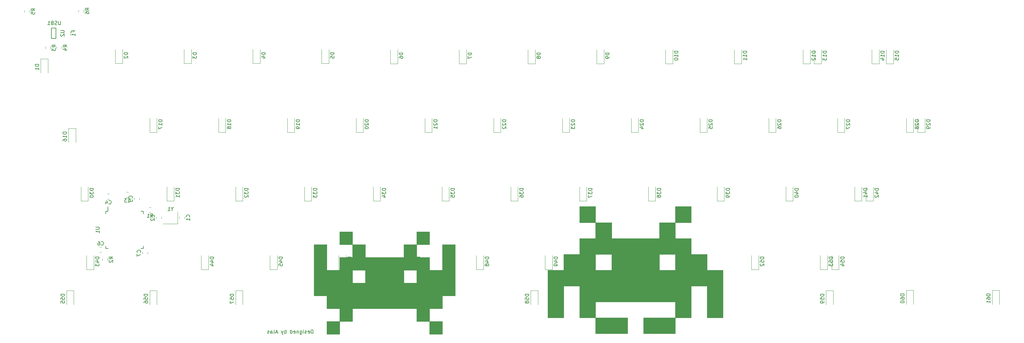
<source format=gbr>
G04 #@! TF.GenerationSoftware,KiCad,Pcbnew,(5.1.5)-3*
G04 #@! TF.CreationDate,2020-04-19T14:46:37-04:00*
G04 #@! TF.ProjectId,Squid60,53717569-6436-4302-9e6b-696361645f70,rev?*
G04 #@! TF.SameCoordinates,Original*
G04 #@! TF.FileFunction,Legend,Bot*
G04 #@! TF.FilePolarity,Positive*
%FSLAX46Y46*%
G04 Gerber Fmt 4.6, Leading zero omitted, Abs format (unit mm)*
G04 Created by KiCad (PCBNEW (5.1.5)-3) date 2020-04-19 14:46:37*
%MOMM*%
%LPD*%
G04 APERTURE LIST*
%ADD10C,0.150000*%
%ADD11C,0.010000*%
%ADD12C,0.120000*%
G04 APERTURE END LIST*
D10*
X98209904Y-112059980D02*
X98209904Y-111059980D01*
X97971809Y-111059980D01*
X97828952Y-111107600D01*
X97733714Y-111202838D01*
X97686095Y-111298076D01*
X97638476Y-111488552D01*
X97638476Y-111631409D01*
X97686095Y-111821885D01*
X97733714Y-111917123D01*
X97828952Y-112012361D01*
X97971809Y-112059980D01*
X98209904Y-112059980D01*
X96828952Y-112012361D02*
X96924190Y-112059980D01*
X97114666Y-112059980D01*
X97209904Y-112012361D01*
X97257523Y-111917123D01*
X97257523Y-111536171D01*
X97209904Y-111440933D01*
X97114666Y-111393314D01*
X96924190Y-111393314D01*
X96828952Y-111440933D01*
X96781333Y-111536171D01*
X96781333Y-111631409D01*
X97257523Y-111726647D01*
X96400380Y-112012361D02*
X96305142Y-112059980D01*
X96114666Y-112059980D01*
X96019428Y-112012361D01*
X95971809Y-111917123D01*
X95971809Y-111869504D01*
X96019428Y-111774266D01*
X96114666Y-111726647D01*
X96257523Y-111726647D01*
X96352761Y-111679028D01*
X96400380Y-111583790D01*
X96400380Y-111536171D01*
X96352761Y-111440933D01*
X96257523Y-111393314D01*
X96114666Y-111393314D01*
X96019428Y-111440933D01*
X95543238Y-112059980D02*
X95543238Y-111393314D01*
X95543238Y-111059980D02*
X95590857Y-111107600D01*
X95543238Y-111155219D01*
X95495619Y-111107600D01*
X95543238Y-111059980D01*
X95543238Y-111155219D01*
X94638476Y-111393314D02*
X94638476Y-112202838D01*
X94686095Y-112298076D01*
X94733714Y-112345695D01*
X94828952Y-112393314D01*
X94971809Y-112393314D01*
X95067047Y-112345695D01*
X94638476Y-112012361D02*
X94733714Y-112059980D01*
X94924190Y-112059980D01*
X95019428Y-112012361D01*
X95067047Y-111964742D01*
X95114666Y-111869504D01*
X95114666Y-111583790D01*
X95067047Y-111488552D01*
X95019428Y-111440933D01*
X94924190Y-111393314D01*
X94733714Y-111393314D01*
X94638476Y-111440933D01*
X94162285Y-111393314D02*
X94162285Y-112059980D01*
X94162285Y-111488552D02*
X94114666Y-111440933D01*
X94019428Y-111393314D01*
X93876571Y-111393314D01*
X93781333Y-111440933D01*
X93733714Y-111536171D01*
X93733714Y-112059980D01*
X92876571Y-112012361D02*
X92971809Y-112059980D01*
X93162285Y-112059980D01*
X93257523Y-112012361D01*
X93305142Y-111917123D01*
X93305142Y-111536171D01*
X93257523Y-111440933D01*
X93162285Y-111393314D01*
X92971809Y-111393314D01*
X92876571Y-111440933D01*
X92828952Y-111536171D01*
X92828952Y-111631409D01*
X93305142Y-111726647D01*
X91971809Y-112059980D02*
X91971809Y-111059980D01*
X91971809Y-112012361D02*
X92067047Y-112059980D01*
X92257523Y-112059980D01*
X92352761Y-112012361D01*
X92400380Y-111964742D01*
X92448000Y-111869504D01*
X92448000Y-111583790D01*
X92400380Y-111488552D01*
X92352761Y-111440933D01*
X92257523Y-111393314D01*
X92067047Y-111393314D01*
X91971809Y-111440933D01*
X90733714Y-112059980D02*
X90733714Y-111059980D01*
X90733714Y-111440933D02*
X90638476Y-111393314D01*
X90448000Y-111393314D01*
X90352761Y-111440933D01*
X90305142Y-111488552D01*
X90257523Y-111583790D01*
X90257523Y-111869504D01*
X90305142Y-111964742D01*
X90352761Y-112012361D01*
X90448000Y-112059980D01*
X90638476Y-112059980D01*
X90733714Y-112012361D01*
X89924190Y-111393314D02*
X89686095Y-112059980D01*
X89448000Y-111393314D02*
X89686095Y-112059980D01*
X89781333Y-112298076D01*
X89828952Y-112345695D01*
X89924190Y-112393314D01*
X88352761Y-111774266D02*
X87876571Y-111774266D01*
X88448000Y-112059980D02*
X88114666Y-111059980D01*
X87781333Y-112059980D01*
X87305142Y-112059980D02*
X87400380Y-112012361D01*
X87448000Y-111917123D01*
X87448000Y-111059980D01*
X86495619Y-112059980D02*
X86495619Y-111536171D01*
X86543238Y-111440933D01*
X86638476Y-111393314D01*
X86828952Y-111393314D01*
X86924190Y-111440933D01*
X86495619Y-112012361D02*
X86590857Y-112059980D01*
X86828952Y-112059980D01*
X86924190Y-112012361D01*
X86971809Y-111917123D01*
X86971809Y-111821885D01*
X86924190Y-111726647D01*
X86828952Y-111679028D01*
X86590857Y-111679028D01*
X86495619Y-111631409D01*
X86067047Y-112012361D02*
X85971809Y-112059980D01*
X85781333Y-112059980D01*
X85686095Y-112012361D01*
X85638476Y-111917123D01*
X85638476Y-111869504D01*
X85686095Y-111774266D01*
X85781333Y-111726647D01*
X85924190Y-111726647D01*
X86019428Y-111679028D01*
X86067047Y-111583790D01*
X86067047Y-111536171D01*
X86019428Y-111440933D01*
X85924190Y-111393314D01*
X85781333Y-111393314D01*
X85686095Y-111440933D01*
D11*
G36*
X176498955Y-85668556D02*
G01*
X172089233Y-85668556D01*
X172089233Y-90078278D01*
X167679511Y-90078278D01*
X167679511Y-94488000D01*
X163269789Y-94488000D01*
X163269789Y-107717167D01*
X167679511Y-107717167D01*
X167679511Y-98897723D01*
X172089233Y-98897723D01*
X172089233Y-107717167D01*
X176498955Y-107717167D01*
X176498955Y-103307445D01*
X198547566Y-103307445D01*
X198547566Y-107717167D01*
X202957289Y-107717167D01*
X202957289Y-98897723D01*
X207367011Y-98897723D01*
X207367011Y-107717167D01*
X211776733Y-107717167D01*
X211776733Y-94488000D01*
X207367011Y-94488000D01*
X207367011Y-90078278D01*
X202957289Y-90078278D01*
X198547566Y-90078278D01*
X198547566Y-94488000D01*
X194137844Y-94488000D01*
X194137844Y-90078278D01*
X180908677Y-90078278D01*
X180908677Y-94488000D01*
X176498955Y-94488000D01*
X176498955Y-90078278D01*
X180908677Y-90078278D01*
X194137844Y-90078278D01*
X198547566Y-90078278D01*
X202957289Y-90078278D01*
X202957289Y-85668556D01*
X198547566Y-85668556D01*
X198547566Y-81258834D01*
X194137844Y-81258834D01*
X194137844Y-85668556D01*
X180908677Y-85668556D01*
X180908677Y-81258834D01*
X176498955Y-81258834D01*
X176498955Y-85668556D01*
G37*
X176498955Y-85668556D02*
X172089233Y-85668556D01*
X172089233Y-90078278D01*
X167679511Y-90078278D01*
X167679511Y-94488000D01*
X163269789Y-94488000D01*
X163269789Y-107717167D01*
X167679511Y-107717167D01*
X167679511Y-98897723D01*
X172089233Y-98897723D01*
X172089233Y-107717167D01*
X176498955Y-107717167D01*
X176498955Y-103307445D01*
X198547566Y-103307445D01*
X198547566Y-107717167D01*
X202957289Y-107717167D01*
X202957289Y-98897723D01*
X207367011Y-98897723D01*
X207367011Y-107717167D01*
X211776733Y-107717167D01*
X211776733Y-94488000D01*
X207367011Y-94488000D01*
X207367011Y-90078278D01*
X202957289Y-90078278D01*
X198547566Y-90078278D01*
X198547566Y-94488000D01*
X194137844Y-94488000D01*
X194137844Y-90078278D01*
X180908677Y-90078278D01*
X180908677Y-94488000D01*
X176498955Y-94488000D01*
X176498955Y-90078278D01*
X180908677Y-90078278D01*
X194137844Y-90078278D01*
X198547566Y-90078278D01*
X202957289Y-90078278D01*
X202957289Y-85668556D01*
X198547566Y-85668556D01*
X198547566Y-81258834D01*
X194137844Y-81258834D01*
X194137844Y-85668556D01*
X180908677Y-85668556D01*
X180908677Y-81258834D01*
X176498955Y-81258834D01*
X176498955Y-85668556D01*
G36*
X176498955Y-76849111D02*
G01*
X172089233Y-76849111D01*
X172089233Y-81258834D01*
X176498955Y-81258834D01*
X176498955Y-76849111D01*
G37*
X176498955Y-76849111D02*
X172089233Y-76849111D01*
X172089233Y-81258834D01*
X176498955Y-81258834D01*
X176498955Y-76849111D01*
G36*
X176498955Y-112126889D02*
G01*
X185318400Y-112126889D01*
X185318400Y-107717167D01*
X176498955Y-107717167D01*
X176498955Y-112126889D01*
G37*
X176498955Y-112126889D02*
X185318400Y-112126889D01*
X185318400Y-107717167D01*
X176498955Y-107717167D01*
X176498955Y-112126889D01*
G36*
X202957289Y-81258834D02*
G01*
X202957289Y-76849111D01*
X198547566Y-76849111D01*
X198547566Y-81258834D01*
X202957289Y-81258834D01*
G37*
X202957289Y-81258834D02*
X202957289Y-76849111D01*
X198547566Y-76849111D01*
X198547566Y-81258834D01*
X202957289Y-81258834D01*
G36*
X189728122Y-107717167D02*
G01*
X189728122Y-112126889D01*
X198547566Y-112126889D01*
X198547566Y-107717167D01*
X189728122Y-107717167D01*
G37*
X189728122Y-107717167D02*
X189728122Y-112126889D01*
X198547566Y-112126889D01*
X198547566Y-107717167D01*
X189728122Y-107717167D01*
G36*
X109169200Y-90932000D02*
G01*
X105613200Y-90932000D01*
X105613200Y-94488000D01*
X102057200Y-94488000D01*
X102057200Y-87376000D01*
X98501200Y-87376000D01*
X98501200Y-101600000D01*
X102057200Y-101600000D01*
X102057200Y-105156000D01*
X105613200Y-105156000D01*
X105613200Y-108712000D01*
X109169200Y-108712000D01*
X109169200Y-105156000D01*
X126949200Y-105156000D01*
X126949200Y-108712000D01*
X130505200Y-108712000D01*
X130505200Y-105156000D01*
X134061200Y-105156000D01*
X134061200Y-101600000D01*
X137617200Y-101600000D01*
X137617200Y-87376000D01*
X134061200Y-87376000D01*
X134061200Y-94488000D01*
X130505200Y-94488000D01*
X126949200Y-94488000D01*
X126949200Y-98044000D01*
X123393200Y-98044000D01*
X123393200Y-94488000D01*
X112725200Y-94488000D01*
X112725200Y-98044000D01*
X109169200Y-98044000D01*
X109169200Y-94488000D01*
X112725200Y-94488000D01*
X123393200Y-94488000D01*
X126949200Y-94488000D01*
X130505200Y-94488000D01*
X130505200Y-90932000D01*
X126949200Y-90932000D01*
X126949200Y-87376000D01*
X123393200Y-87376000D01*
X123393200Y-90932000D01*
X112725200Y-90932000D01*
X112725200Y-87376000D01*
X109169200Y-87376000D01*
X109169200Y-90932000D01*
G37*
X109169200Y-90932000D02*
X105613200Y-90932000D01*
X105613200Y-94488000D01*
X102057200Y-94488000D01*
X102057200Y-87376000D01*
X98501200Y-87376000D01*
X98501200Y-101600000D01*
X102057200Y-101600000D01*
X102057200Y-105156000D01*
X105613200Y-105156000D01*
X105613200Y-108712000D01*
X109169200Y-108712000D01*
X109169200Y-105156000D01*
X126949200Y-105156000D01*
X126949200Y-108712000D01*
X130505200Y-108712000D01*
X130505200Y-105156000D01*
X134061200Y-105156000D01*
X134061200Y-101600000D01*
X137617200Y-101600000D01*
X137617200Y-87376000D01*
X134061200Y-87376000D01*
X134061200Y-94488000D01*
X130505200Y-94488000D01*
X126949200Y-94488000D01*
X126949200Y-98044000D01*
X123393200Y-98044000D01*
X123393200Y-94488000D01*
X112725200Y-94488000D01*
X112725200Y-98044000D01*
X109169200Y-98044000D01*
X109169200Y-94488000D01*
X112725200Y-94488000D01*
X123393200Y-94488000D01*
X126949200Y-94488000D01*
X130505200Y-94488000D01*
X130505200Y-90932000D01*
X126949200Y-90932000D01*
X126949200Y-87376000D01*
X123393200Y-87376000D01*
X123393200Y-90932000D01*
X112725200Y-90932000D01*
X112725200Y-87376000D01*
X109169200Y-87376000D01*
X109169200Y-90932000D01*
G36*
X109169200Y-83820000D02*
G01*
X105613200Y-83820000D01*
X105613200Y-87376000D01*
X109169200Y-87376000D01*
X109169200Y-83820000D01*
G37*
X109169200Y-83820000D02*
X105613200Y-83820000D01*
X105613200Y-87376000D01*
X109169200Y-87376000D01*
X109169200Y-83820000D01*
G36*
X102057200Y-108712000D02*
G01*
X102057200Y-112268000D01*
X105613200Y-112268000D01*
X105613200Y-108712000D01*
X102057200Y-108712000D01*
G37*
X102057200Y-108712000D02*
X102057200Y-112268000D01*
X105613200Y-112268000D01*
X105613200Y-108712000D01*
X102057200Y-108712000D01*
G36*
X130505200Y-87376000D02*
G01*
X130505200Y-83820000D01*
X126949200Y-83820000D01*
X126949200Y-87376000D01*
X130505200Y-87376000D01*
G37*
X130505200Y-87376000D02*
X130505200Y-83820000D01*
X126949200Y-83820000D01*
X126949200Y-87376000D01*
X130505200Y-87376000D01*
G36*
X130505200Y-112268000D02*
G01*
X134061200Y-112268000D01*
X134061200Y-108712000D01*
X130505200Y-108712000D01*
X130505200Y-112268000D01*
G37*
X130505200Y-112268000D02*
X134061200Y-112268000D01*
X134061200Y-108712000D01*
X130505200Y-108712000D01*
X130505200Y-112268000D01*
D12*
X60758000Y-81621000D02*
X56758000Y-81621000D01*
X60758000Y-78321000D02*
X60758000Y-81621000D01*
X29189000Y-29304064D02*
X29189000Y-28099936D01*
X31009000Y-29304064D02*
X31009000Y-28099936D01*
X52399000Y-89481922D02*
X52399000Y-89999078D01*
X50979000Y-89481922D02*
X50979000Y-89999078D01*
X39677078Y-89483000D02*
X39159922Y-89483000D01*
X39677078Y-88063000D02*
X39159922Y-88063000D01*
X50113000Y-74432422D02*
X50113000Y-74949578D01*
X48693000Y-74432422D02*
X48693000Y-74949578D01*
X41270422Y-73331000D02*
X41787578Y-73331000D01*
X41270422Y-74751000D02*
X41787578Y-74751000D01*
X46589422Y-72823000D02*
X47106578Y-72823000D01*
X46589422Y-74243000D02*
X47106578Y-74243000D01*
X56209000Y-79702922D02*
X56209000Y-80220078D01*
X54789000Y-79702922D02*
X54789000Y-80220078D01*
X61266000Y-80190078D02*
X61266000Y-79672922D01*
X62686000Y-80190078D02*
X62686000Y-79672922D01*
X33326000Y-22786078D02*
X33326000Y-22268922D01*
X34746000Y-22786078D02*
X34746000Y-22268922D01*
X18340000Y-22913078D02*
X18340000Y-22395922D01*
X19760000Y-22913078D02*
X19760000Y-22395922D01*
X28650000Y-32977828D02*
X28650000Y-32460672D01*
X27230000Y-32977828D02*
X27230000Y-32460672D01*
X25538500Y-32992828D02*
X25538500Y-32475672D01*
X24118500Y-32992828D02*
X24118500Y-32475672D01*
X39930000Y-91825578D02*
X39930000Y-91308422D01*
X41350000Y-91825578D02*
X41350000Y-91308422D01*
X52804322Y-77064800D02*
X53321478Y-77064800D01*
X52804322Y-78484800D02*
X53321478Y-78484800D01*
D10*
X41431250Y-78168750D02*
X41431250Y-76893750D01*
X40856250Y-88518750D02*
X40856250Y-87843750D01*
X51206250Y-88518750D02*
X51206250Y-87843750D01*
X51206250Y-78168750D02*
X51206250Y-78843750D01*
X40856250Y-78168750D02*
X40856250Y-78843750D01*
X51206250Y-78168750D02*
X50531250Y-78168750D01*
X51206250Y-88518750D02*
X50531250Y-88518750D01*
X40856250Y-88518750D02*
X41531250Y-88518750D01*
X40856250Y-78168750D02*
X41431250Y-78168750D01*
X25750000Y-27281250D02*
X25750000Y-30181250D01*
X25750000Y-27281250D02*
X27050000Y-27281250D01*
X27050000Y-27281250D02*
X27050000Y-30181250D01*
X27050000Y-30181250D02*
X25750000Y-30181250D01*
D12*
X286337500Y-100081250D02*
X288337500Y-100081250D01*
X288337500Y-100081250D02*
X288337500Y-103981250D01*
X286337500Y-100081250D02*
X286337500Y-103981250D01*
X262525000Y-100081250D02*
X264525000Y-100081250D01*
X264525000Y-100081250D02*
X264525000Y-103981250D01*
X262525000Y-100081250D02*
X262525000Y-103981250D01*
X240300000Y-100143750D02*
X242300000Y-100143750D01*
X242300000Y-100143750D02*
X242300000Y-104043750D01*
X240300000Y-100143750D02*
X240300000Y-104043750D01*
X158543750Y-100143750D02*
X160543750Y-100143750D01*
X160543750Y-100143750D02*
X160543750Y-104043750D01*
X158543750Y-100143750D02*
X158543750Y-104043750D01*
X76787500Y-100143750D02*
X78787500Y-100143750D01*
X78787500Y-100143750D02*
X78787500Y-104043750D01*
X76787500Y-100143750D02*
X76787500Y-104043750D01*
X52975000Y-100143750D02*
X54975000Y-100143750D01*
X54975000Y-100143750D02*
X54975000Y-104043750D01*
X52975000Y-100143750D02*
X52975000Y-104043750D01*
X29956250Y-100143750D02*
X31956250Y-100143750D01*
X31956250Y-100143750D02*
X31956250Y-104043750D01*
X29956250Y-100143750D02*
X29956250Y-104043750D01*
X243887500Y-94325000D02*
X241887500Y-94325000D01*
X241887500Y-94325000D02*
X241887500Y-90425000D01*
X243887500Y-94325000D02*
X243887500Y-90425000D01*
X240712500Y-94325000D02*
X238712500Y-94325000D01*
X238712500Y-94325000D02*
X238712500Y-90425000D01*
X240712500Y-94325000D02*
X240712500Y-90425000D01*
X221662500Y-94325000D02*
X219662500Y-94325000D01*
X219662500Y-94325000D02*
X219662500Y-90425000D01*
X221662500Y-94325000D02*
X221662500Y-90425000D01*
X202612500Y-94325000D02*
X200612500Y-94325000D01*
X200612500Y-94325000D02*
X200612500Y-90425000D01*
X202612500Y-94325000D02*
X202612500Y-90425000D01*
X183562500Y-94325000D02*
X181562500Y-94325000D01*
X181562500Y-94325000D02*
X181562500Y-90425000D01*
X183562500Y-94325000D02*
X183562500Y-90425000D01*
X164512500Y-94325000D02*
X162512500Y-94325000D01*
X162512500Y-94325000D02*
X162512500Y-90425000D01*
X164512500Y-94325000D02*
X164512500Y-90425000D01*
X145462500Y-94325000D02*
X143462500Y-94325000D01*
X143462500Y-94325000D02*
X143462500Y-90425000D01*
X145462500Y-94325000D02*
X145462500Y-90425000D01*
X126412500Y-94325000D02*
X124412500Y-94325000D01*
X124412500Y-94325000D02*
X124412500Y-90425000D01*
X126412500Y-94325000D02*
X126412500Y-90425000D01*
X107362500Y-94325000D02*
X105362500Y-94325000D01*
X105362500Y-94325000D02*
X105362500Y-90425000D01*
X107362500Y-94325000D02*
X107362500Y-90425000D01*
X88312500Y-94325000D02*
X86312500Y-94325000D01*
X86312500Y-94325000D02*
X86312500Y-90425000D01*
X88312500Y-94325000D02*
X88312500Y-90425000D01*
X69262500Y-94325000D02*
X67262500Y-94325000D01*
X67262500Y-94325000D02*
X67262500Y-90425000D01*
X69262500Y-94325000D02*
X69262500Y-90425000D01*
X37512500Y-94325000D02*
X35512500Y-94325000D01*
X35512500Y-94325000D02*
X35512500Y-90425000D01*
X37512500Y-94325000D02*
X37512500Y-90425000D01*
X253412500Y-75275000D02*
X251412500Y-75275000D01*
X251412500Y-75275000D02*
X251412500Y-71375000D01*
X253412500Y-75275000D02*
X253412500Y-71375000D01*
X250237500Y-75275000D02*
X248237500Y-75275000D01*
X248237500Y-75275000D02*
X248237500Y-71375000D01*
X250237500Y-75275000D02*
X250237500Y-71375000D01*
X231187500Y-75275000D02*
X229187500Y-75275000D01*
X229187500Y-75275000D02*
X229187500Y-71375000D01*
X231187500Y-75275000D02*
X231187500Y-71375000D01*
X212137500Y-75275000D02*
X210137500Y-75275000D01*
X210137500Y-75275000D02*
X210137500Y-71375000D01*
X212137500Y-75275000D02*
X212137500Y-71375000D01*
X193087500Y-75275000D02*
X191087500Y-75275000D01*
X191087500Y-75275000D02*
X191087500Y-71375000D01*
X193087500Y-75275000D02*
X193087500Y-71375000D01*
X174037500Y-75275000D02*
X172037500Y-75275000D01*
X172037500Y-75275000D02*
X172037500Y-71375000D01*
X174037500Y-75275000D02*
X174037500Y-71375000D01*
X154987500Y-75275000D02*
X152987500Y-75275000D01*
X152987500Y-75275000D02*
X152987500Y-71375000D01*
X154987500Y-75275000D02*
X154987500Y-71375000D01*
X135937500Y-75275000D02*
X133937500Y-75275000D01*
X133937500Y-75275000D02*
X133937500Y-71375000D01*
X135937500Y-75275000D02*
X135937500Y-71375000D01*
X116887500Y-75275000D02*
X114887500Y-75275000D01*
X114887500Y-75275000D02*
X114887500Y-71375000D01*
X116887500Y-75275000D02*
X116887500Y-71375000D01*
X97837500Y-75275000D02*
X95837500Y-75275000D01*
X95837500Y-75275000D02*
X95837500Y-71375000D01*
X97837500Y-75275000D02*
X97837500Y-71375000D01*
X78787500Y-75275000D02*
X76787500Y-75275000D01*
X76787500Y-75275000D02*
X76787500Y-71375000D01*
X78787500Y-75275000D02*
X78787500Y-71375000D01*
X59737500Y-75275000D02*
X57737500Y-75275000D01*
X57737500Y-75275000D02*
X57737500Y-71375000D01*
X59737500Y-75275000D02*
X59737500Y-71375000D01*
X35925000Y-75275000D02*
X33925000Y-75275000D01*
X33925000Y-75275000D02*
X33925000Y-71375000D01*
X35925000Y-75275000D02*
X35925000Y-71375000D01*
X267700000Y-56225000D02*
X265700000Y-56225000D01*
X265700000Y-56225000D02*
X265700000Y-52325000D01*
X267700000Y-56225000D02*
X267700000Y-52325000D01*
X264525000Y-56225000D02*
X262525000Y-56225000D01*
X262525000Y-56225000D02*
X262525000Y-52325000D01*
X264525000Y-56225000D02*
X264525000Y-52325000D01*
X245475000Y-56225000D02*
X243475000Y-56225000D01*
X243475000Y-56225000D02*
X243475000Y-52325000D01*
X245475000Y-56225000D02*
X245475000Y-52325000D01*
X226425000Y-56225000D02*
X224425000Y-56225000D01*
X224425000Y-56225000D02*
X224425000Y-52325000D01*
X226425000Y-56225000D02*
X226425000Y-52325000D01*
X207375000Y-56225000D02*
X205375000Y-56225000D01*
X205375000Y-56225000D02*
X205375000Y-52325000D01*
X207375000Y-56225000D02*
X207375000Y-52325000D01*
X188325000Y-56225000D02*
X186325000Y-56225000D01*
X186325000Y-56225000D02*
X186325000Y-52325000D01*
X188325000Y-56225000D02*
X188325000Y-52325000D01*
X169275000Y-56225000D02*
X167275000Y-56225000D01*
X167275000Y-56225000D02*
X167275000Y-52325000D01*
X169275000Y-56225000D02*
X169275000Y-52325000D01*
X150225000Y-56225000D02*
X148225000Y-56225000D01*
X148225000Y-56225000D02*
X148225000Y-52325000D01*
X150225000Y-56225000D02*
X150225000Y-52325000D01*
X131175000Y-56225000D02*
X129175000Y-56225000D01*
X129175000Y-56225000D02*
X129175000Y-52325000D01*
X131175000Y-56225000D02*
X131175000Y-52325000D01*
X112125000Y-56225000D02*
X110125000Y-56225000D01*
X110125000Y-56225000D02*
X110125000Y-52325000D01*
X112125000Y-56225000D02*
X112125000Y-52325000D01*
X93075000Y-56225000D02*
X91075000Y-56225000D01*
X91075000Y-56225000D02*
X91075000Y-52325000D01*
X93075000Y-56225000D02*
X93075000Y-52325000D01*
X74025000Y-56225000D02*
X72025000Y-56225000D01*
X72025000Y-56225000D02*
X72025000Y-52325000D01*
X74025000Y-56225000D02*
X74025000Y-52325000D01*
X54975000Y-56225000D02*
X52975000Y-56225000D01*
X52975000Y-56225000D02*
X52975000Y-52325000D01*
X54975000Y-56225000D02*
X54975000Y-52325000D01*
X30496000Y-55154000D02*
X32496000Y-55154000D01*
X32496000Y-55154000D02*
X32496000Y-59054000D01*
X30496000Y-55154000D02*
X30496000Y-59054000D01*
X258968750Y-37175000D02*
X256968750Y-37175000D01*
X256968750Y-37175000D02*
X256968750Y-33275000D01*
X258968750Y-37175000D02*
X258968750Y-33275000D01*
X255000000Y-37175000D02*
X253000000Y-37175000D01*
X253000000Y-37175000D02*
X253000000Y-33275000D01*
X255000000Y-37175000D02*
X255000000Y-33275000D01*
X238998000Y-37175000D02*
X236998000Y-37175000D01*
X236998000Y-37175000D02*
X236998000Y-33275000D01*
X238998000Y-37175000D02*
X238998000Y-33275000D01*
X235950000Y-37175000D02*
X233950000Y-37175000D01*
X233950000Y-37175000D02*
X233950000Y-33275000D01*
X235950000Y-37175000D02*
X235950000Y-33275000D01*
X216900000Y-37175000D02*
X214900000Y-37175000D01*
X214900000Y-37175000D02*
X214900000Y-33275000D01*
X216900000Y-37175000D02*
X216900000Y-33275000D01*
X197850000Y-37175000D02*
X195850000Y-37175000D01*
X195850000Y-37175000D02*
X195850000Y-33275000D01*
X197850000Y-37175000D02*
X197850000Y-33275000D01*
X178800000Y-37175000D02*
X176800000Y-37175000D01*
X176800000Y-37175000D02*
X176800000Y-33275000D01*
X178800000Y-37175000D02*
X178800000Y-33275000D01*
X159750000Y-37175000D02*
X157750000Y-37175000D01*
X157750000Y-37175000D02*
X157750000Y-33275000D01*
X159750000Y-37175000D02*
X159750000Y-33275000D01*
X140700000Y-37175000D02*
X138700000Y-37175000D01*
X138700000Y-37175000D02*
X138700000Y-33275000D01*
X140700000Y-37175000D02*
X140700000Y-33275000D01*
X121650000Y-37175000D02*
X119650000Y-37175000D01*
X119650000Y-37175000D02*
X119650000Y-33275000D01*
X121650000Y-37175000D02*
X121650000Y-33275000D01*
X102600000Y-37112500D02*
X100600000Y-37112500D01*
X100600000Y-37112500D02*
X100600000Y-33212500D01*
X102600000Y-37112500D02*
X102600000Y-33212500D01*
X83550000Y-37112500D02*
X81550000Y-37112500D01*
X81550000Y-37112500D02*
X81550000Y-33212500D01*
X83550000Y-37112500D02*
X83550000Y-33212500D01*
X64500000Y-37112500D02*
X62500000Y-37112500D01*
X62500000Y-37112500D02*
X62500000Y-33212500D01*
X64500000Y-37112500D02*
X64500000Y-33212500D01*
X45450000Y-37112500D02*
X43450000Y-37112500D01*
X43450000Y-37112500D02*
X43450000Y-33212500D01*
X45450000Y-37112500D02*
X45450000Y-33212500D01*
X22812500Y-35850000D02*
X24812500Y-35850000D01*
X24812500Y-35850000D02*
X24812500Y-39750000D01*
X22812500Y-35850000D02*
X22812500Y-39750000D01*
D10*
X59234190Y-77497190D02*
X59234190Y-77973380D01*
X59567523Y-76973380D02*
X59234190Y-77497190D01*
X58900857Y-76973380D01*
X58043714Y-77973380D02*
X58615142Y-77973380D01*
X58329428Y-77973380D02*
X58329428Y-76973380D01*
X58424666Y-77116238D01*
X58519904Y-77211476D01*
X58615142Y-77259095D01*
X31847571Y-28368666D02*
X31847571Y-28035333D01*
X32371380Y-28035333D02*
X31371380Y-28035333D01*
X31371380Y-28511523D01*
X32371380Y-29416285D02*
X32371380Y-28844857D01*
X32371380Y-29130571D02*
X31371380Y-29130571D01*
X31514238Y-29035333D01*
X31609476Y-28940095D01*
X31657095Y-28844857D01*
X50396142Y-89573833D02*
X50443761Y-89526214D01*
X50491380Y-89383357D01*
X50491380Y-89288119D01*
X50443761Y-89145261D01*
X50348523Y-89050023D01*
X50253285Y-89002404D01*
X50062809Y-88954785D01*
X49919952Y-88954785D01*
X49729476Y-89002404D01*
X49634238Y-89050023D01*
X49539000Y-89145261D01*
X49491380Y-89288119D01*
X49491380Y-89383357D01*
X49539000Y-89526214D01*
X49586619Y-89573833D01*
X49491380Y-89907166D02*
X49491380Y-90573833D01*
X50491380Y-90145261D01*
X39585166Y-87480142D02*
X39632785Y-87527761D01*
X39775642Y-87575380D01*
X39870880Y-87575380D01*
X40013738Y-87527761D01*
X40108976Y-87432523D01*
X40156595Y-87337285D01*
X40204214Y-87146809D01*
X40204214Y-87003952D01*
X40156595Y-86813476D01*
X40108976Y-86718238D01*
X40013738Y-86623000D01*
X39870880Y-86575380D01*
X39775642Y-86575380D01*
X39632785Y-86623000D01*
X39585166Y-86670619D01*
X38728023Y-86575380D02*
X38918500Y-86575380D01*
X39013738Y-86623000D01*
X39061357Y-86670619D01*
X39156595Y-86813476D01*
X39204214Y-87003952D01*
X39204214Y-87384904D01*
X39156595Y-87480142D01*
X39108976Y-87527761D01*
X39013738Y-87575380D01*
X38823261Y-87575380D01*
X38728023Y-87527761D01*
X38680404Y-87480142D01*
X38632785Y-87384904D01*
X38632785Y-87146809D01*
X38680404Y-87051571D01*
X38728023Y-87003952D01*
X38823261Y-86956333D01*
X39013738Y-86956333D01*
X39108976Y-87003952D01*
X39156595Y-87051571D01*
X39204214Y-87146809D01*
X48110142Y-74524333D02*
X48157761Y-74476714D01*
X48205380Y-74333857D01*
X48205380Y-74238619D01*
X48157761Y-74095761D01*
X48062523Y-74000523D01*
X47967285Y-73952904D01*
X47776809Y-73905285D01*
X47633952Y-73905285D01*
X47443476Y-73952904D01*
X47348238Y-74000523D01*
X47253000Y-74095761D01*
X47205380Y-74238619D01*
X47205380Y-74333857D01*
X47253000Y-74476714D01*
X47300619Y-74524333D01*
X47205380Y-75429095D02*
X47205380Y-74952904D01*
X47681571Y-74905285D01*
X47633952Y-74952904D01*
X47586333Y-75048142D01*
X47586333Y-75286238D01*
X47633952Y-75381476D01*
X47681571Y-75429095D01*
X47776809Y-75476714D01*
X48014904Y-75476714D01*
X48110142Y-75429095D01*
X48157761Y-75381476D01*
X48205380Y-75286238D01*
X48205380Y-75048142D01*
X48157761Y-74952904D01*
X48110142Y-74905285D01*
X41695666Y-76048142D02*
X41743285Y-76095761D01*
X41886142Y-76143380D01*
X41981380Y-76143380D01*
X42124238Y-76095761D01*
X42219476Y-76000523D01*
X42267095Y-75905285D01*
X42314714Y-75714809D01*
X42314714Y-75571952D01*
X42267095Y-75381476D01*
X42219476Y-75286238D01*
X42124238Y-75191000D01*
X41981380Y-75143380D01*
X41886142Y-75143380D01*
X41743285Y-75191000D01*
X41695666Y-75238619D01*
X40838523Y-75476714D02*
X40838523Y-76143380D01*
X41076619Y-75095761D02*
X41314714Y-75810047D01*
X40695666Y-75810047D01*
X47014666Y-75540142D02*
X47062285Y-75587761D01*
X47205142Y-75635380D01*
X47300380Y-75635380D01*
X47443238Y-75587761D01*
X47538476Y-75492523D01*
X47586095Y-75397285D01*
X47633714Y-75206809D01*
X47633714Y-75063952D01*
X47586095Y-74873476D01*
X47538476Y-74778238D01*
X47443238Y-74683000D01*
X47300380Y-74635380D01*
X47205142Y-74635380D01*
X47062285Y-74683000D01*
X47014666Y-74730619D01*
X46681333Y-74635380D02*
X46062285Y-74635380D01*
X46395619Y-75016333D01*
X46252761Y-75016333D01*
X46157523Y-75063952D01*
X46109904Y-75111571D01*
X46062285Y-75206809D01*
X46062285Y-75444904D01*
X46109904Y-75540142D01*
X46157523Y-75587761D01*
X46252761Y-75635380D01*
X46538476Y-75635380D01*
X46633714Y-75587761D01*
X46681333Y-75540142D01*
X54206142Y-79794833D02*
X54253761Y-79747214D01*
X54301380Y-79604357D01*
X54301380Y-79509119D01*
X54253761Y-79366261D01*
X54158523Y-79271023D01*
X54063285Y-79223404D01*
X53872809Y-79175785D01*
X53729952Y-79175785D01*
X53539476Y-79223404D01*
X53444238Y-79271023D01*
X53349000Y-79366261D01*
X53301380Y-79509119D01*
X53301380Y-79604357D01*
X53349000Y-79747214D01*
X53396619Y-79794833D01*
X53396619Y-80175785D02*
X53349000Y-80223404D01*
X53301380Y-80318642D01*
X53301380Y-80556738D01*
X53349000Y-80651976D01*
X53396619Y-80699595D01*
X53491857Y-80747214D01*
X53587095Y-80747214D01*
X53729952Y-80699595D01*
X54301380Y-80128166D01*
X54301380Y-80747214D01*
X63983142Y-79764833D02*
X64030761Y-79717214D01*
X64078380Y-79574357D01*
X64078380Y-79479119D01*
X64030761Y-79336261D01*
X63935523Y-79241023D01*
X63840285Y-79193404D01*
X63649809Y-79145785D01*
X63506952Y-79145785D01*
X63316476Y-79193404D01*
X63221238Y-79241023D01*
X63126000Y-79336261D01*
X63078380Y-79479119D01*
X63078380Y-79574357D01*
X63126000Y-79717214D01*
X63173619Y-79764833D01*
X64078380Y-80717214D02*
X64078380Y-80145785D01*
X64078380Y-80431500D02*
X63078380Y-80431500D01*
X63221238Y-80336261D01*
X63316476Y-80241023D01*
X63364095Y-80145785D01*
X36138380Y-22360833D02*
X35662190Y-22027500D01*
X36138380Y-21789404D02*
X35138380Y-21789404D01*
X35138380Y-22170357D01*
X35186000Y-22265595D01*
X35233619Y-22313214D01*
X35328857Y-22360833D01*
X35471714Y-22360833D01*
X35566952Y-22313214D01*
X35614571Y-22265595D01*
X35662190Y-22170357D01*
X35662190Y-21789404D01*
X35138380Y-23217976D02*
X35138380Y-23027500D01*
X35186000Y-22932261D01*
X35233619Y-22884642D01*
X35376476Y-22789404D01*
X35566952Y-22741785D01*
X35947904Y-22741785D01*
X36043142Y-22789404D01*
X36090761Y-22837023D01*
X36138380Y-22932261D01*
X36138380Y-23122738D01*
X36090761Y-23217976D01*
X36043142Y-23265595D01*
X35947904Y-23313214D01*
X35709809Y-23313214D01*
X35614571Y-23265595D01*
X35566952Y-23217976D01*
X35519333Y-23122738D01*
X35519333Y-22932261D01*
X35566952Y-22837023D01*
X35614571Y-22789404D01*
X35709809Y-22741785D01*
X21152380Y-22487833D02*
X20676190Y-22154500D01*
X21152380Y-21916404D02*
X20152380Y-21916404D01*
X20152380Y-22297357D01*
X20200000Y-22392595D01*
X20247619Y-22440214D01*
X20342857Y-22487833D01*
X20485714Y-22487833D01*
X20580952Y-22440214D01*
X20628571Y-22392595D01*
X20676190Y-22297357D01*
X20676190Y-21916404D01*
X20152380Y-23392595D02*
X20152380Y-22916404D01*
X20628571Y-22868785D01*
X20580952Y-22916404D01*
X20533333Y-23011642D01*
X20533333Y-23249738D01*
X20580952Y-23344976D01*
X20628571Y-23392595D01*
X20723809Y-23440214D01*
X20961904Y-23440214D01*
X21057142Y-23392595D01*
X21104761Y-23344976D01*
X21152380Y-23249738D01*
X21152380Y-23011642D01*
X21104761Y-22916404D01*
X21057142Y-22868785D01*
X30042380Y-32552583D02*
X29566190Y-32219250D01*
X30042380Y-31981154D02*
X29042380Y-31981154D01*
X29042380Y-32362107D01*
X29090000Y-32457345D01*
X29137619Y-32504964D01*
X29232857Y-32552583D01*
X29375714Y-32552583D01*
X29470952Y-32504964D01*
X29518571Y-32457345D01*
X29566190Y-32362107D01*
X29566190Y-31981154D01*
X29375714Y-33409726D02*
X30042380Y-33409726D01*
X28994761Y-33171630D02*
X29709047Y-32933535D01*
X29709047Y-33552583D01*
X26930880Y-32567583D02*
X26454690Y-32234250D01*
X26930880Y-31996154D02*
X25930880Y-31996154D01*
X25930880Y-32377107D01*
X25978500Y-32472345D01*
X26026119Y-32519964D01*
X26121357Y-32567583D01*
X26264214Y-32567583D01*
X26359452Y-32519964D01*
X26407071Y-32472345D01*
X26454690Y-32377107D01*
X26454690Y-31996154D01*
X25930880Y-32900916D02*
X25930880Y-33519964D01*
X26311833Y-33186630D01*
X26311833Y-33329488D01*
X26359452Y-33424726D01*
X26407071Y-33472345D01*
X26502309Y-33519964D01*
X26740404Y-33519964D01*
X26835642Y-33472345D01*
X26883261Y-33424726D01*
X26930880Y-33329488D01*
X26930880Y-33043773D01*
X26883261Y-32948535D01*
X26835642Y-32900916D01*
X42742380Y-91400333D02*
X42266190Y-91067000D01*
X42742380Y-90828904D02*
X41742380Y-90828904D01*
X41742380Y-91209857D01*
X41790000Y-91305095D01*
X41837619Y-91352714D01*
X41932857Y-91400333D01*
X42075714Y-91400333D01*
X42170952Y-91352714D01*
X42218571Y-91305095D01*
X42266190Y-91209857D01*
X42266190Y-90828904D01*
X41837619Y-91781285D02*
X41790000Y-91828904D01*
X41742380Y-91924142D01*
X41742380Y-92162238D01*
X41790000Y-92257476D01*
X41837619Y-92305095D01*
X41932857Y-92352714D01*
X42028095Y-92352714D01*
X42170952Y-92305095D01*
X42742380Y-91733666D01*
X42742380Y-92352714D01*
X53229566Y-79877180D02*
X53562900Y-79400990D01*
X53800995Y-79877180D02*
X53800995Y-78877180D01*
X53420042Y-78877180D01*
X53324804Y-78924800D01*
X53277185Y-78972419D01*
X53229566Y-79067657D01*
X53229566Y-79210514D01*
X53277185Y-79305752D01*
X53324804Y-79353371D01*
X53420042Y-79400990D01*
X53800995Y-79400990D01*
X52277185Y-79877180D02*
X52848614Y-79877180D01*
X52562900Y-79877180D02*
X52562900Y-78877180D01*
X52658138Y-79020038D01*
X52753376Y-79115276D01*
X52848614Y-79162895D01*
X38033630Y-82581845D02*
X38843154Y-82581845D01*
X38938392Y-82629464D01*
X38986011Y-82677083D01*
X39033630Y-82772321D01*
X39033630Y-82962797D01*
X38986011Y-83058035D01*
X38938392Y-83105654D01*
X38843154Y-83153273D01*
X38033630Y-83153273D01*
X39033630Y-84153273D02*
X39033630Y-83581845D01*
X39033630Y-83867559D02*
X38033630Y-83867559D01*
X38176488Y-83772321D01*
X38271726Y-83677083D01*
X38319345Y-83581845D01*
X28288195Y-25371130D02*
X28288195Y-26180654D01*
X28240576Y-26275892D01*
X28192957Y-26323511D01*
X28097719Y-26371130D01*
X27907242Y-26371130D01*
X27812004Y-26323511D01*
X27764385Y-26275892D01*
X27716766Y-26180654D01*
X27716766Y-25371130D01*
X27288195Y-26323511D02*
X27145338Y-26371130D01*
X26907242Y-26371130D01*
X26812004Y-26323511D01*
X26764385Y-26275892D01*
X26716766Y-26180654D01*
X26716766Y-26085416D01*
X26764385Y-25990178D01*
X26812004Y-25942559D01*
X26907242Y-25894940D01*
X27097719Y-25847321D01*
X27192957Y-25799702D01*
X27240576Y-25752083D01*
X27288195Y-25656845D01*
X27288195Y-25561607D01*
X27240576Y-25466369D01*
X27192957Y-25418750D01*
X27097719Y-25371130D01*
X26859623Y-25371130D01*
X26716766Y-25418750D01*
X25954861Y-25847321D02*
X25812004Y-25894940D01*
X25764385Y-25942559D01*
X25716766Y-26037797D01*
X25716766Y-26180654D01*
X25764385Y-26275892D01*
X25812004Y-26323511D01*
X25907242Y-26371130D01*
X26288195Y-26371130D01*
X26288195Y-25371130D01*
X25954861Y-25371130D01*
X25859623Y-25418750D01*
X25812004Y-25466369D01*
X25764385Y-25561607D01*
X25764385Y-25656845D01*
X25812004Y-25752083D01*
X25859623Y-25799702D01*
X25954861Y-25847321D01*
X26288195Y-25847321D01*
X24764385Y-26371130D02*
X25335814Y-26371130D01*
X25050099Y-26371130D02*
X25050099Y-25371130D01*
X25145338Y-25513988D01*
X25240576Y-25609226D01*
X25335814Y-25656845D01*
X28302380Y-27969345D02*
X29111904Y-27969345D01*
X29207142Y-28016964D01*
X29254761Y-28064583D01*
X29302380Y-28159821D01*
X29302380Y-28350297D01*
X29254761Y-28445535D01*
X29207142Y-28493154D01*
X29111904Y-28540773D01*
X28302380Y-28540773D01*
X28397619Y-28969345D02*
X28350000Y-29016964D01*
X28302380Y-29112202D01*
X28302380Y-29350297D01*
X28350000Y-29445535D01*
X28397619Y-29493154D01*
X28492857Y-29540773D01*
X28588095Y-29540773D01*
X28730952Y-29493154D01*
X29302380Y-28921726D01*
X29302380Y-29540773D01*
X285789880Y-101116964D02*
X284789880Y-101116964D01*
X284789880Y-101355059D01*
X284837500Y-101497916D01*
X284932738Y-101593154D01*
X285027976Y-101640773D01*
X285218452Y-101688392D01*
X285361309Y-101688392D01*
X285551785Y-101640773D01*
X285647023Y-101593154D01*
X285742261Y-101497916D01*
X285789880Y-101355059D01*
X285789880Y-101116964D01*
X284789880Y-102545535D02*
X284789880Y-102355059D01*
X284837500Y-102259821D01*
X284885119Y-102212202D01*
X285027976Y-102116964D01*
X285218452Y-102069345D01*
X285599404Y-102069345D01*
X285694642Y-102116964D01*
X285742261Y-102164583D01*
X285789880Y-102259821D01*
X285789880Y-102450297D01*
X285742261Y-102545535D01*
X285694642Y-102593154D01*
X285599404Y-102640773D01*
X285361309Y-102640773D01*
X285266071Y-102593154D01*
X285218452Y-102545535D01*
X285170833Y-102450297D01*
X285170833Y-102259821D01*
X285218452Y-102164583D01*
X285266071Y-102116964D01*
X285361309Y-102069345D01*
X285789880Y-103593154D02*
X285789880Y-103021726D01*
X285789880Y-103307440D02*
X284789880Y-103307440D01*
X284932738Y-103212202D01*
X285027976Y-103116964D01*
X285075595Y-103021726D01*
X261977380Y-101116964D02*
X260977380Y-101116964D01*
X260977380Y-101355059D01*
X261025000Y-101497916D01*
X261120238Y-101593154D01*
X261215476Y-101640773D01*
X261405952Y-101688392D01*
X261548809Y-101688392D01*
X261739285Y-101640773D01*
X261834523Y-101593154D01*
X261929761Y-101497916D01*
X261977380Y-101355059D01*
X261977380Y-101116964D01*
X260977380Y-102545535D02*
X260977380Y-102355059D01*
X261025000Y-102259821D01*
X261072619Y-102212202D01*
X261215476Y-102116964D01*
X261405952Y-102069345D01*
X261786904Y-102069345D01*
X261882142Y-102116964D01*
X261929761Y-102164583D01*
X261977380Y-102259821D01*
X261977380Y-102450297D01*
X261929761Y-102545535D01*
X261882142Y-102593154D01*
X261786904Y-102640773D01*
X261548809Y-102640773D01*
X261453571Y-102593154D01*
X261405952Y-102545535D01*
X261358333Y-102450297D01*
X261358333Y-102259821D01*
X261405952Y-102164583D01*
X261453571Y-102116964D01*
X261548809Y-102069345D01*
X260977380Y-103259821D02*
X260977380Y-103355059D01*
X261025000Y-103450297D01*
X261072619Y-103497916D01*
X261167857Y-103545535D01*
X261358333Y-103593154D01*
X261596428Y-103593154D01*
X261786904Y-103545535D01*
X261882142Y-103497916D01*
X261929761Y-103450297D01*
X261977380Y-103355059D01*
X261977380Y-103259821D01*
X261929761Y-103164583D01*
X261882142Y-103116964D01*
X261786904Y-103069345D01*
X261596428Y-103021726D01*
X261358333Y-103021726D01*
X261167857Y-103069345D01*
X261072619Y-103116964D01*
X261025000Y-103164583D01*
X260977380Y-103259821D01*
X239752380Y-101179464D02*
X238752380Y-101179464D01*
X238752380Y-101417559D01*
X238800000Y-101560416D01*
X238895238Y-101655654D01*
X238990476Y-101703273D01*
X239180952Y-101750892D01*
X239323809Y-101750892D01*
X239514285Y-101703273D01*
X239609523Y-101655654D01*
X239704761Y-101560416D01*
X239752380Y-101417559D01*
X239752380Y-101179464D01*
X238752380Y-102655654D02*
X238752380Y-102179464D01*
X239228571Y-102131845D01*
X239180952Y-102179464D01*
X239133333Y-102274702D01*
X239133333Y-102512797D01*
X239180952Y-102608035D01*
X239228571Y-102655654D01*
X239323809Y-102703273D01*
X239561904Y-102703273D01*
X239657142Y-102655654D01*
X239704761Y-102608035D01*
X239752380Y-102512797D01*
X239752380Y-102274702D01*
X239704761Y-102179464D01*
X239657142Y-102131845D01*
X239752380Y-103179464D02*
X239752380Y-103369940D01*
X239704761Y-103465178D01*
X239657142Y-103512797D01*
X239514285Y-103608035D01*
X239323809Y-103655654D01*
X238942857Y-103655654D01*
X238847619Y-103608035D01*
X238800000Y-103560416D01*
X238752380Y-103465178D01*
X238752380Y-103274702D01*
X238800000Y-103179464D01*
X238847619Y-103131845D01*
X238942857Y-103084226D01*
X239180952Y-103084226D01*
X239276190Y-103131845D01*
X239323809Y-103179464D01*
X239371428Y-103274702D01*
X239371428Y-103465178D01*
X239323809Y-103560416D01*
X239276190Y-103608035D01*
X239180952Y-103655654D01*
X157996130Y-101179464D02*
X156996130Y-101179464D01*
X156996130Y-101417559D01*
X157043750Y-101560416D01*
X157138988Y-101655654D01*
X157234226Y-101703273D01*
X157424702Y-101750892D01*
X157567559Y-101750892D01*
X157758035Y-101703273D01*
X157853273Y-101655654D01*
X157948511Y-101560416D01*
X157996130Y-101417559D01*
X157996130Y-101179464D01*
X156996130Y-102655654D02*
X156996130Y-102179464D01*
X157472321Y-102131845D01*
X157424702Y-102179464D01*
X157377083Y-102274702D01*
X157377083Y-102512797D01*
X157424702Y-102608035D01*
X157472321Y-102655654D01*
X157567559Y-102703273D01*
X157805654Y-102703273D01*
X157900892Y-102655654D01*
X157948511Y-102608035D01*
X157996130Y-102512797D01*
X157996130Y-102274702D01*
X157948511Y-102179464D01*
X157900892Y-102131845D01*
X157424702Y-103274702D02*
X157377083Y-103179464D01*
X157329464Y-103131845D01*
X157234226Y-103084226D01*
X157186607Y-103084226D01*
X157091369Y-103131845D01*
X157043750Y-103179464D01*
X156996130Y-103274702D01*
X156996130Y-103465178D01*
X157043750Y-103560416D01*
X157091369Y-103608035D01*
X157186607Y-103655654D01*
X157234226Y-103655654D01*
X157329464Y-103608035D01*
X157377083Y-103560416D01*
X157424702Y-103465178D01*
X157424702Y-103274702D01*
X157472321Y-103179464D01*
X157519940Y-103131845D01*
X157615178Y-103084226D01*
X157805654Y-103084226D01*
X157900892Y-103131845D01*
X157948511Y-103179464D01*
X157996130Y-103274702D01*
X157996130Y-103465178D01*
X157948511Y-103560416D01*
X157900892Y-103608035D01*
X157805654Y-103655654D01*
X157615178Y-103655654D01*
X157519940Y-103608035D01*
X157472321Y-103560416D01*
X157424702Y-103465178D01*
X76239880Y-101179464D02*
X75239880Y-101179464D01*
X75239880Y-101417559D01*
X75287500Y-101560416D01*
X75382738Y-101655654D01*
X75477976Y-101703273D01*
X75668452Y-101750892D01*
X75811309Y-101750892D01*
X76001785Y-101703273D01*
X76097023Y-101655654D01*
X76192261Y-101560416D01*
X76239880Y-101417559D01*
X76239880Y-101179464D01*
X75239880Y-102655654D02*
X75239880Y-102179464D01*
X75716071Y-102131845D01*
X75668452Y-102179464D01*
X75620833Y-102274702D01*
X75620833Y-102512797D01*
X75668452Y-102608035D01*
X75716071Y-102655654D01*
X75811309Y-102703273D01*
X76049404Y-102703273D01*
X76144642Y-102655654D01*
X76192261Y-102608035D01*
X76239880Y-102512797D01*
X76239880Y-102274702D01*
X76192261Y-102179464D01*
X76144642Y-102131845D01*
X75239880Y-103036607D02*
X75239880Y-103703273D01*
X76239880Y-103274702D01*
X52427380Y-101179464D02*
X51427380Y-101179464D01*
X51427380Y-101417559D01*
X51475000Y-101560416D01*
X51570238Y-101655654D01*
X51665476Y-101703273D01*
X51855952Y-101750892D01*
X51998809Y-101750892D01*
X52189285Y-101703273D01*
X52284523Y-101655654D01*
X52379761Y-101560416D01*
X52427380Y-101417559D01*
X52427380Y-101179464D01*
X51427380Y-102655654D02*
X51427380Y-102179464D01*
X51903571Y-102131845D01*
X51855952Y-102179464D01*
X51808333Y-102274702D01*
X51808333Y-102512797D01*
X51855952Y-102608035D01*
X51903571Y-102655654D01*
X51998809Y-102703273D01*
X52236904Y-102703273D01*
X52332142Y-102655654D01*
X52379761Y-102608035D01*
X52427380Y-102512797D01*
X52427380Y-102274702D01*
X52379761Y-102179464D01*
X52332142Y-102131845D01*
X51427380Y-103560416D02*
X51427380Y-103369940D01*
X51475000Y-103274702D01*
X51522619Y-103227083D01*
X51665476Y-103131845D01*
X51855952Y-103084226D01*
X52236904Y-103084226D01*
X52332142Y-103131845D01*
X52379761Y-103179464D01*
X52427380Y-103274702D01*
X52427380Y-103465178D01*
X52379761Y-103560416D01*
X52332142Y-103608035D01*
X52236904Y-103655654D01*
X51998809Y-103655654D01*
X51903571Y-103608035D01*
X51855952Y-103560416D01*
X51808333Y-103465178D01*
X51808333Y-103274702D01*
X51855952Y-103179464D01*
X51903571Y-103131845D01*
X51998809Y-103084226D01*
X29408630Y-101179464D02*
X28408630Y-101179464D01*
X28408630Y-101417559D01*
X28456250Y-101560416D01*
X28551488Y-101655654D01*
X28646726Y-101703273D01*
X28837202Y-101750892D01*
X28980059Y-101750892D01*
X29170535Y-101703273D01*
X29265773Y-101655654D01*
X29361011Y-101560416D01*
X29408630Y-101417559D01*
X29408630Y-101179464D01*
X28408630Y-102655654D02*
X28408630Y-102179464D01*
X28884821Y-102131845D01*
X28837202Y-102179464D01*
X28789583Y-102274702D01*
X28789583Y-102512797D01*
X28837202Y-102608035D01*
X28884821Y-102655654D01*
X28980059Y-102703273D01*
X29218154Y-102703273D01*
X29313392Y-102655654D01*
X29361011Y-102608035D01*
X29408630Y-102512797D01*
X29408630Y-102274702D01*
X29361011Y-102179464D01*
X29313392Y-102131845D01*
X28408630Y-103608035D02*
X28408630Y-103131845D01*
X28884821Y-103084226D01*
X28837202Y-103131845D01*
X28789583Y-103227083D01*
X28789583Y-103465178D01*
X28837202Y-103560416D01*
X28884821Y-103608035D01*
X28980059Y-103655654D01*
X29218154Y-103655654D01*
X29313392Y-103608035D01*
X29361011Y-103560416D01*
X29408630Y-103465178D01*
X29408630Y-103227083D01*
X29361011Y-103131845D01*
X29313392Y-103084226D01*
X245339880Y-90860714D02*
X244339880Y-90860714D01*
X244339880Y-91098809D01*
X244387500Y-91241666D01*
X244482738Y-91336904D01*
X244577976Y-91384523D01*
X244768452Y-91432142D01*
X244911309Y-91432142D01*
X245101785Y-91384523D01*
X245197023Y-91336904D01*
X245292261Y-91241666D01*
X245339880Y-91098809D01*
X245339880Y-90860714D01*
X244339880Y-92336904D02*
X244339880Y-91860714D01*
X244816071Y-91813095D01*
X244768452Y-91860714D01*
X244720833Y-91955952D01*
X244720833Y-92194047D01*
X244768452Y-92289285D01*
X244816071Y-92336904D01*
X244911309Y-92384523D01*
X245149404Y-92384523D01*
X245244642Y-92336904D01*
X245292261Y-92289285D01*
X245339880Y-92194047D01*
X245339880Y-91955952D01*
X245292261Y-91860714D01*
X245244642Y-91813095D01*
X244673214Y-93241666D02*
X245339880Y-93241666D01*
X244292261Y-93003571D02*
X245006547Y-92765476D01*
X245006547Y-93384523D01*
X242164880Y-90860714D02*
X241164880Y-90860714D01*
X241164880Y-91098809D01*
X241212500Y-91241666D01*
X241307738Y-91336904D01*
X241402976Y-91384523D01*
X241593452Y-91432142D01*
X241736309Y-91432142D01*
X241926785Y-91384523D01*
X242022023Y-91336904D01*
X242117261Y-91241666D01*
X242164880Y-91098809D01*
X242164880Y-90860714D01*
X241164880Y-92336904D02*
X241164880Y-91860714D01*
X241641071Y-91813095D01*
X241593452Y-91860714D01*
X241545833Y-91955952D01*
X241545833Y-92194047D01*
X241593452Y-92289285D01*
X241641071Y-92336904D01*
X241736309Y-92384523D01*
X241974404Y-92384523D01*
X242069642Y-92336904D01*
X242117261Y-92289285D01*
X242164880Y-92194047D01*
X242164880Y-91955952D01*
X242117261Y-91860714D01*
X242069642Y-91813095D01*
X241164880Y-92717857D02*
X241164880Y-93336904D01*
X241545833Y-93003571D01*
X241545833Y-93146428D01*
X241593452Y-93241666D01*
X241641071Y-93289285D01*
X241736309Y-93336904D01*
X241974404Y-93336904D01*
X242069642Y-93289285D01*
X242117261Y-93241666D01*
X242164880Y-93146428D01*
X242164880Y-92860714D01*
X242117261Y-92765476D01*
X242069642Y-92717857D01*
X223114880Y-90860714D02*
X222114880Y-90860714D01*
X222114880Y-91098809D01*
X222162500Y-91241666D01*
X222257738Y-91336904D01*
X222352976Y-91384523D01*
X222543452Y-91432142D01*
X222686309Y-91432142D01*
X222876785Y-91384523D01*
X222972023Y-91336904D01*
X223067261Y-91241666D01*
X223114880Y-91098809D01*
X223114880Y-90860714D01*
X222114880Y-92336904D02*
X222114880Y-91860714D01*
X222591071Y-91813095D01*
X222543452Y-91860714D01*
X222495833Y-91955952D01*
X222495833Y-92194047D01*
X222543452Y-92289285D01*
X222591071Y-92336904D01*
X222686309Y-92384523D01*
X222924404Y-92384523D01*
X223019642Y-92336904D01*
X223067261Y-92289285D01*
X223114880Y-92194047D01*
X223114880Y-91955952D01*
X223067261Y-91860714D01*
X223019642Y-91813095D01*
X222210119Y-92765476D02*
X222162500Y-92813095D01*
X222114880Y-92908333D01*
X222114880Y-93146428D01*
X222162500Y-93241666D01*
X222210119Y-93289285D01*
X222305357Y-93336904D01*
X222400595Y-93336904D01*
X222543452Y-93289285D01*
X223114880Y-92717857D01*
X223114880Y-93336904D01*
X204064880Y-90860714D02*
X203064880Y-90860714D01*
X203064880Y-91098809D01*
X203112500Y-91241666D01*
X203207738Y-91336904D01*
X203302976Y-91384523D01*
X203493452Y-91432142D01*
X203636309Y-91432142D01*
X203826785Y-91384523D01*
X203922023Y-91336904D01*
X204017261Y-91241666D01*
X204064880Y-91098809D01*
X204064880Y-90860714D01*
X203064880Y-92336904D02*
X203064880Y-91860714D01*
X203541071Y-91813095D01*
X203493452Y-91860714D01*
X203445833Y-91955952D01*
X203445833Y-92194047D01*
X203493452Y-92289285D01*
X203541071Y-92336904D01*
X203636309Y-92384523D01*
X203874404Y-92384523D01*
X203969642Y-92336904D01*
X204017261Y-92289285D01*
X204064880Y-92194047D01*
X204064880Y-91955952D01*
X204017261Y-91860714D01*
X203969642Y-91813095D01*
X204064880Y-93336904D02*
X204064880Y-92765476D01*
X204064880Y-93051190D02*
X203064880Y-93051190D01*
X203207738Y-92955952D01*
X203302976Y-92860714D01*
X203350595Y-92765476D01*
X185014880Y-90860714D02*
X184014880Y-90860714D01*
X184014880Y-91098809D01*
X184062500Y-91241666D01*
X184157738Y-91336904D01*
X184252976Y-91384523D01*
X184443452Y-91432142D01*
X184586309Y-91432142D01*
X184776785Y-91384523D01*
X184872023Y-91336904D01*
X184967261Y-91241666D01*
X185014880Y-91098809D01*
X185014880Y-90860714D01*
X184014880Y-92336904D02*
X184014880Y-91860714D01*
X184491071Y-91813095D01*
X184443452Y-91860714D01*
X184395833Y-91955952D01*
X184395833Y-92194047D01*
X184443452Y-92289285D01*
X184491071Y-92336904D01*
X184586309Y-92384523D01*
X184824404Y-92384523D01*
X184919642Y-92336904D01*
X184967261Y-92289285D01*
X185014880Y-92194047D01*
X185014880Y-91955952D01*
X184967261Y-91860714D01*
X184919642Y-91813095D01*
X184014880Y-93003571D02*
X184014880Y-93098809D01*
X184062500Y-93194047D01*
X184110119Y-93241666D01*
X184205357Y-93289285D01*
X184395833Y-93336904D01*
X184633928Y-93336904D01*
X184824404Y-93289285D01*
X184919642Y-93241666D01*
X184967261Y-93194047D01*
X185014880Y-93098809D01*
X185014880Y-93003571D01*
X184967261Y-92908333D01*
X184919642Y-92860714D01*
X184824404Y-92813095D01*
X184633928Y-92765476D01*
X184395833Y-92765476D01*
X184205357Y-92813095D01*
X184110119Y-92860714D01*
X184062500Y-92908333D01*
X184014880Y-93003571D01*
X165964880Y-90860714D02*
X164964880Y-90860714D01*
X164964880Y-91098809D01*
X165012500Y-91241666D01*
X165107738Y-91336904D01*
X165202976Y-91384523D01*
X165393452Y-91432142D01*
X165536309Y-91432142D01*
X165726785Y-91384523D01*
X165822023Y-91336904D01*
X165917261Y-91241666D01*
X165964880Y-91098809D01*
X165964880Y-90860714D01*
X165298214Y-92289285D02*
X165964880Y-92289285D01*
X164917261Y-92051190D02*
X165631547Y-91813095D01*
X165631547Y-92432142D01*
X165964880Y-92860714D02*
X165964880Y-93051190D01*
X165917261Y-93146428D01*
X165869642Y-93194047D01*
X165726785Y-93289285D01*
X165536309Y-93336904D01*
X165155357Y-93336904D01*
X165060119Y-93289285D01*
X165012500Y-93241666D01*
X164964880Y-93146428D01*
X164964880Y-92955952D01*
X165012500Y-92860714D01*
X165060119Y-92813095D01*
X165155357Y-92765476D01*
X165393452Y-92765476D01*
X165488690Y-92813095D01*
X165536309Y-92860714D01*
X165583928Y-92955952D01*
X165583928Y-93146428D01*
X165536309Y-93241666D01*
X165488690Y-93289285D01*
X165393452Y-93336904D01*
X146914880Y-90860714D02*
X145914880Y-90860714D01*
X145914880Y-91098809D01*
X145962500Y-91241666D01*
X146057738Y-91336904D01*
X146152976Y-91384523D01*
X146343452Y-91432142D01*
X146486309Y-91432142D01*
X146676785Y-91384523D01*
X146772023Y-91336904D01*
X146867261Y-91241666D01*
X146914880Y-91098809D01*
X146914880Y-90860714D01*
X146248214Y-92289285D02*
X146914880Y-92289285D01*
X145867261Y-92051190D02*
X146581547Y-91813095D01*
X146581547Y-92432142D01*
X146343452Y-92955952D02*
X146295833Y-92860714D01*
X146248214Y-92813095D01*
X146152976Y-92765476D01*
X146105357Y-92765476D01*
X146010119Y-92813095D01*
X145962500Y-92860714D01*
X145914880Y-92955952D01*
X145914880Y-93146428D01*
X145962500Y-93241666D01*
X146010119Y-93289285D01*
X146105357Y-93336904D01*
X146152976Y-93336904D01*
X146248214Y-93289285D01*
X146295833Y-93241666D01*
X146343452Y-93146428D01*
X146343452Y-92955952D01*
X146391071Y-92860714D01*
X146438690Y-92813095D01*
X146533928Y-92765476D01*
X146724404Y-92765476D01*
X146819642Y-92813095D01*
X146867261Y-92860714D01*
X146914880Y-92955952D01*
X146914880Y-93146428D01*
X146867261Y-93241666D01*
X146819642Y-93289285D01*
X146724404Y-93336904D01*
X146533928Y-93336904D01*
X146438690Y-93289285D01*
X146391071Y-93241666D01*
X146343452Y-93146428D01*
X127864880Y-90860714D02*
X126864880Y-90860714D01*
X126864880Y-91098809D01*
X126912500Y-91241666D01*
X127007738Y-91336904D01*
X127102976Y-91384523D01*
X127293452Y-91432142D01*
X127436309Y-91432142D01*
X127626785Y-91384523D01*
X127722023Y-91336904D01*
X127817261Y-91241666D01*
X127864880Y-91098809D01*
X127864880Y-90860714D01*
X127198214Y-92289285D02*
X127864880Y-92289285D01*
X126817261Y-92051190D02*
X127531547Y-91813095D01*
X127531547Y-92432142D01*
X126864880Y-92717857D02*
X126864880Y-93384523D01*
X127864880Y-92955952D01*
X108814880Y-90860714D02*
X107814880Y-90860714D01*
X107814880Y-91098809D01*
X107862500Y-91241666D01*
X107957738Y-91336904D01*
X108052976Y-91384523D01*
X108243452Y-91432142D01*
X108386309Y-91432142D01*
X108576785Y-91384523D01*
X108672023Y-91336904D01*
X108767261Y-91241666D01*
X108814880Y-91098809D01*
X108814880Y-90860714D01*
X108148214Y-92289285D02*
X108814880Y-92289285D01*
X107767261Y-92051190D02*
X108481547Y-91813095D01*
X108481547Y-92432142D01*
X107814880Y-93241666D02*
X107814880Y-93051190D01*
X107862500Y-92955952D01*
X107910119Y-92908333D01*
X108052976Y-92813095D01*
X108243452Y-92765476D01*
X108624404Y-92765476D01*
X108719642Y-92813095D01*
X108767261Y-92860714D01*
X108814880Y-92955952D01*
X108814880Y-93146428D01*
X108767261Y-93241666D01*
X108719642Y-93289285D01*
X108624404Y-93336904D01*
X108386309Y-93336904D01*
X108291071Y-93289285D01*
X108243452Y-93241666D01*
X108195833Y-93146428D01*
X108195833Y-92955952D01*
X108243452Y-92860714D01*
X108291071Y-92813095D01*
X108386309Y-92765476D01*
X89764880Y-90860714D02*
X88764880Y-90860714D01*
X88764880Y-91098809D01*
X88812500Y-91241666D01*
X88907738Y-91336904D01*
X89002976Y-91384523D01*
X89193452Y-91432142D01*
X89336309Y-91432142D01*
X89526785Y-91384523D01*
X89622023Y-91336904D01*
X89717261Y-91241666D01*
X89764880Y-91098809D01*
X89764880Y-90860714D01*
X89098214Y-92289285D02*
X89764880Y-92289285D01*
X88717261Y-92051190D02*
X89431547Y-91813095D01*
X89431547Y-92432142D01*
X88764880Y-93289285D02*
X88764880Y-92813095D01*
X89241071Y-92765476D01*
X89193452Y-92813095D01*
X89145833Y-92908333D01*
X89145833Y-93146428D01*
X89193452Y-93241666D01*
X89241071Y-93289285D01*
X89336309Y-93336904D01*
X89574404Y-93336904D01*
X89669642Y-93289285D01*
X89717261Y-93241666D01*
X89764880Y-93146428D01*
X89764880Y-92908333D01*
X89717261Y-92813095D01*
X89669642Y-92765476D01*
X70714880Y-90860714D02*
X69714880Y-90860714D01*
X69714880Y-91098809D01*
X69762500Y-91241666D01*
X69857738Y-91336904D01*
X69952976Y-91384523D01*
X70143452Y-91432142D01*
X70286309Y-91432142D01*
X70476785Y-91384523D01*
X70572023Y-91336904D01*
X70667261Y-91241666D01*
X70714880Y-91098809D01*
X70714880Y-90860714D01*
X70048214Y-92289285D02*
X70714880Y-92289285D01*
X69667261Y-92051190D02*
X70381547Y-91813095D01*
X70381547Y-92432142D01*
X70048214Y-93241666D02*
X70714880Y-93241666D01*
X69667261Y-93003571D02*
X70381547Y-92765476D01*
X70381547Y-93384523D01*
X38964880Y-90860714D02*
X37964880Y-90860714D01*
X37964880Y-91098809D01*
X38012500Y-91241666D01*
X38107738Y-91336904D01*
X38202976Y-91384523D01*
X38393452Y-91432142D01*
X38536309Y-91432142D01*
X38726785Y-91384523D01*
X38822023Y-91336904D01*
X38917261Y-91241666D01*
X38964880Y-91098809D01*
X38964880Y-90860714D01*
X38298214Y-92289285D02*
X38964880Y-92289285D01*
X37917261Y-92051190D02*
X38631547Y-91813095D01*
X38631547Y-92432142D01*
X37964880Y-92717857D02*
X37964880Y-93336904D01*
X38345833Y-93003571D01*
X38345833Y-93146428D01*
X38393452Y-93241666D01*
X38441071Y-93289285D01*
X38536309Y-93336904D01*
X38774404Y-93336904D01*
X38869642Y-93289285D01*
X38917261Y-93241666D01*
X38964880Y-93146428D01*
X38964880Y-92860714D01*
X38917261Y-92765476D01*
X38869642Y-92717857D01*
X254864880Y-71810714D02*
X253864880Y-71810714D01*
X253864880Y-72048809D01*
X253912500Y-72191666D01*
X254007738Y-72286904D01*
X254102976Y-72334523D01*
X254293452Y-72382142D01*
X254436309Y-72382142D01*
X254626785Y-72334523D01*
X254722023Y-72286904D01*
X254817261Y-72191666D01*
X254864880Y-72048809D01*
X254864880Y-71810714D01*
X254198214Y-73239285D02*
X254864880Y-73239285D01*
X253817261Y-73001190D02*
X254531547Y-72763095D01*
X254531547Y-73382142D01*
X253960119Y-73715476D02*
X253912500Y-73763095D01*
X253864880Y-73858333D01*
X253864880Y-74096428D01*
X253912500Y-74191666D01*
X253960119Y-74239285D01*
X254055357Y-74286904D01*
X254150595Y-74286904D01*
X254293452Y-74239285D01*
X254864880Y-73667857D01*
X254864880Y-74286904D01*
X251689880Y-71810714D02*
X250689880Y-71810714D01*
X250689880Y-72048809D01*
X250737500Y-72191666D01*
X250832738Y-72286904D01*
X250927976Y-72334523D01*
X251118452Y-72382142D01*
X251261309Y-72382142D01*
X251451785Y-72334523D01*
X251547023Y-72286904D01*
X251642261Y-72191666D01*
X251689880Y-72048809D01*
X251689880Y-71810714D01*
X251023214Y-73239285D02*
X251689880Y-73239285D01*
X250642261Y-73001190D02*
X251356547Y-72763095D01*
X251356547Y-73382142D01*
X251689880Y-74286904D02*
X251689880Y-73715476D01*
X251689880Y-74001190D02*
X250689880Y-74001190D01*
X250832738Y-73905952D01*
X250927976Y-73810714D01*
X250975595Y-73715476D01*
X232639880Y-71810714D02*
X231639880Y-71810714D01*
X231639880Y-72048809D01*
X231687500Y-72191666D01*
X231782738Y-72286904D01*
X231877976Y-72334523D01*
X232068452Y-72382142D01*
X232211309Y-72382142D01*
X232401785Y-72334523D01*
X232497023Y-72286904D01*
X232592261Y-72191666D01*
X232639880Y-72048809D01*
X232639880Y-71810714D01*
X231973214Y-73239285D02*
X232639880Y-73239285D01*
X231592261Y-73001190D02*
X232306547Y-72763095D01*
X232306547Y-73382142D01*
X231639880Y-73953571D02*
X231639880Y-74048809D01*
X231687500Y-74144047D01*
X231735119Y-74191666D01*
X231830357Y-74239285D01*
X232020833Y-74286904D01*
X232258928Y-74286904D01*
X232449404Y-74239285D01*
X232544642Y-74191666D01*
X232592261Y-74144047D01*
X232639880Y-74048809D01*
X232639880Y-73953571D01*
X232592261Y-73858333D01*
X232544642Y-73810714D01*
X232449404Y-73763095D01*
X232258928Y-73715476D01*
X232020833Y-73715476D01*
X231830357Y-73763095D01*
X231735119Y-73810714D01*
X231687500Y-73858333D01*
X231639880Y-73953571D01*
X213589880Y-71810714D02*
X212589880Y-71810714D01*
X212589880Y-72048809D01*
X212637500Y-72191666D01*
X212732738Y-72286904D01*
X212827976Y-72334523D01*
X213018452Y-72382142D01*
X213161309Y-72382142D01*
X213351785Y-72334523D01*
X213447023Y-72286904D01*
X213542261Y-72191666D01*
X213589880Y-72048809D01*
X213589880Y-71810714D01*
X212589880Y-72715476D02*
X212589880Y-73334523D01*
X212970833Y-73001190D01*
X212970833Y-73144047D01*
X213018452Y-73239285D01*
X213066071Y-73286904D01*
X213161309Y-73334523D01*
X213399404Y-73334523D01*
X213494642Y-73286904D01*
X213542261Y-73239285D01*
X213589880Y-73144047D01*
X213589880Y-72858333D01*
X213542261Y-72763095D01*
X213494642Y-72715476D01*
X213589880Y-73810714D02*
X213589880Y-74001190D01*
X213542261Y-74096428D01*
X213494642Y-74144047D01*
X213351785Y-74239285D01*
X213161309Y-74286904D01*
X212780357Y-74286904D01*
X212685119Y-74239285D01*
X212637500Y-74191666D01*
X212589880Y-74096428D01*
X212589880Y-73905952D01*
X212637500Y-73810714D01*
X212685119Y-73763095D01*
X212780357Y-73715476D01*
X213018452Y-73715476D01*
X213113690Y-73763095D01*
X213161309Y-73810714D01*
X213208928Y-73905952D01*
X213208928Y-74096428D01*
X213161309Y-74191666D01*
X213113690Y-74239285D01*
X213018452Y-74286904D01*
X194539880Y-71810714D02*
X193539880Y-71810714D01*
X193539880Y-72048809D01*
X193587500Y-72191666D01*
X193682738Y-72286904D01*
X193777976Y-72334523D01*
X193968452Y-72382142D01*
X194111309Y-72382142D01*
X194301785Y-72334523D01*
X194397023Y-72286904D01*
X194492261Y-72191666D01*
X194539880Y-72048809D01*
X194539880Y-71810714D01*
X193539880Y-72715476D02*
X193539880Y-73334523D01*
X193920833Y-73001190D01*
X193920833Y-73144047D01*
X193968452Y-73239285D01*
X194016071Y-73286904D01*
X194111309Y-73334523D01*
X194349404Y-73334523D01*
X194444642Y-73286904D01*
X194492261Y-73239285D01*
X194539880Y-73144047D01*
X194539880Y-72858333D01*
X194492261Y-72763095D01*
X194444642Y-72715476D01*
X193968452Y-73905952D02*
X193920833Y-73810714D01*
X193873214Y-73763095D01*
X193777976Y-73715476D01*
X193730357Y-73715476D01*
X193635119Y-73763095D01*
X193587500Y-73810714D01*
X193539880Y-73905952D01*
X193539880Y-74096428D01*
X193587500Y-74191666D01*
X193635119Y-74239285D01*
X193730357Y-74286904D01*
X193777976Y-74286904D01*
X193873214Y-74239285D01*
X193920833Y-74191666D01*
X193968452Y-74096428D01*
X193968452Y-73905952D01*
X194016071Y-73810714D01*
X194063690Y-73763095D01*
X194158928Y-73715476D01*
X194349404Y-73715476D01*
X194444642Y-73763095D01*
X194492261Y-73810714D01*
X194539880Y-73905952D01*
X194539880Y-74096428D01*
X194492261Y-74191666D01*
X194444642Y-74239285D01*
X194349404Y-74286904D01*
X194158928Y-74286904D01*
X194063690Y-74239285D01*
X194016071Y-74191666D01*
X193968452Y-74096428D01*
X175489880Y-71810714D02*
X174489880Y-71810714D01*
X174489880Y-72048809D01*
X174537500Y-72191666D01*
X174632738Y-72286904D01*
X174727976Y-72334523D01*
X174918452Y-72382142D01*
X175061309Y-72382142D01*
X175251785Y-72334523D01*
X175347023Y-72286904D01*
X175442261Y-72191666D01*
X175489880Y-72048809D01*
X175489880Y-71810714D01*
X174489880Y-72715476D02*
X174489880Y-73334523D01*
X174870833Y-73001190D01*
X174870833Y-73144047D01*
X174918452Y-73239285D01*
X174966071Y-73286904D01*
X175061309Y-73334523D01*
X175299404Y-73334523D01*
X175394642Y-73286904D01*
X175442261Y-73239285D01*
X175489880Y-73144047D01*
X175489880Y-72858333D01*
X175442261Y-72763095D01*
X175394642Y-72715476D01*
X174489880Y-73667857D02*
X174489880Y-74334523D01*
X175489880Y-73905952D01*
X156439880Y-71810714D02*
X155439880Y-71810714D01*
X155439880Y-72048809D01*
X155487500Y-72191666D01*
X155582738Y-72286904D01*
X155677976Y-72334523D01*
X155868452Y-72382142D01*
X156011309Y-72382142D01*
X156201785Y-72334523D01*
X156297023Y-72286904D01*
X156392261Y-72191666D01*
X156439880Y-72048809D01*
X156439880Y-71810714D01*
X155439880Y-72715476D02*
X155439880Y-73334523D01*
X155820833Y-73001190D01*
X155820833Y-73144047D01*
X155868452Y-73239285D01*
X155916071Y-73286904D01*
X156011309Y-73334523D01*
X156249404Y-73334523D01*
X156344642Y-73286904D01*
X156392261Y-73239285D01*
X156439880Y-73144047D01*
X156439880Y-72858333D01*
X156392261Y-72763095D01*
X156344642Y-72715476D01*
X155439880Y-74191666D02*
X155439880Y-74001190D01*
X155487500Y-73905952D01*
X155535119Y-73858333D01*
X155677976Y-73763095D01*
X155868452Y-73715476D01*
X156249404Y-73715476D01*
X156344642Y-73763095D01*
X156392261Y-73810714D01*
X156439880Y-73905952D01*
X156439880Y-74096428D01*
X156392261Y-74191666D01*
X156344642Y-74239285D01*
X156249404Y-74286904D01*
X156011309Y-74286904D01*
X155916071Y-74239285D01*
X155868452Y-74191666D01*
X155820833Y-74096428D01*
X155820833Y-73905952D01*
X155868452Y-73810714D01*
X155916071Y-73763095D01*
X156011309Y-73715476D01*
X137389880Y-71810714D02*
X136389880Y-71810714D01*
X136389880Y-72048809D01*
X136437500Y-72191666D01*
X136532738Y-72286904D01*
X136627976Y-72334523D01*
X136818452Y-72382142D01*
X136961309Y-72382142D01*
X137151785Y-72334523D01*
X137247023Y-72286904D01*
X137342261Y-72191666D01*
X137389880Y-72048809D01*
X137389880Y-71810714D01*
X136389880Y-72715476D02*
X136389880Y-73334523D01*
X136770833Y-73001190D01*
X136770833Y-73144047D01*
X136818452Y-73239285D01*
X136866071Y-73286904D01*
X136961309Y-73334523D01*
X137199404Y-73334523D01*
X137294642Y-73286904D01*
X137342261Y-73239285D01*
X137389880Y-73144047D01*
X137389880Y-72858333D01*
X137342261Y-72763095D01*
X137294642Y-72715476D01*
X136389880Y-74239285D02*
X136389880Y-73763095D01*
X136866071Y-73715476D01*
X136818452Y-73763095D01*
X136770833Y-73858333D01*
X136770833Y-74096428D01*
X136818452Y-74191666D01*
X136866071Y-74239285D01*
X136961309Y-74286904D01*
X137199404Y-74286904D01*
X137294642Y-74239285D01*
X137342261Y-74191666D01*
X137389880Y-74096428D01*
X137389880Y-73858333D01*
X137342261Y-73763095D01*
X137294642Y-73715476D01*
X118339880Y-71810714D02*
X117339880Y-71810714D01*
X117339880Y-72048809D01*
X117387500Y-72191666D01*
X117482738Y-72286904D01*
X117577976Y-72334523D01*
X117768452Y-72382142D01*
X117911309Y-72382142D01*
X118101785Y-72334523D01*
X118197023Y-72286904D01*
X118292261Y-72191666D01*
X118339880Y-72048809D01*
X118339880Y-71810714D01*
X117339880Y-72715476D02*
X117339880Y-73334523D01*
X117720833Y-73001190D01*
X117720833Y-73144047D01*
X117768452Y-73239285D01*
X117816071Y-73286904D01*
X117911309Y-73334523D01*
X118149404Y-73334523D01*
X118244642Y-73286904D01*
X118292261Y-73239285D01*
X118339880Y-73144047D01*
X118339880Y-72858333D01*
X118292261Y-72763095D01*
X118244642Y-72715476D01*
X117673214Y-74191666D02*
X118339880Y-74191666D01*
X117292261Y-73953571D02*
X118006547Y-73715476D01*
X118006547Y-74334523D01*
X99289880Y-71810714D02*
X98289880Y-71810714D01*
X98289880Y-72048809D01*
X98337500Y-72191666D01*
X98432738Y-72286904D01*
X98527976Y-72334523D01*
X98718452Y-72382142D01*
X98861309Y-72382142D01*
X99051785Y-72334523D01*
X99147023Y-72286904D01*
X99242261Y-72191666D01*
X99289880Y-72048809D01*
X99289880Y-71810714D01*
X98289880Y-72715476D02*
X98289880Y-73334523D01*
X98670833Y-73001190D01*
X98670833Y-73144047D01*
X98718452Y-73239285D01*
X98766071Y-73286904D01*
X98861309Y-73334523D01*
X99099404Y-73334523D01*
X99194642Y-73286904D01*
X99242261Y-73239285D01*
X99289880Y-73144047D01*
X99289880Y-72858333D01*
X99242261Y-72763095D01*
X99194642Y-72715476D01*
X98289880Y-73667857D02*
X98289880Y-74286904D01*
X98670833Y-73953571D01*
X98670833Y-74096428D01*
X98718452Y-74191666D01*
X98766071Y-74239285D01*
X98861309Y-74286904D01*
X99099404Y-74286904D01*
X99194642Y-74239285D01*
X99242261Y-74191666D01*
X99289880Y-74096428D01*
X99289880Y-73810714D01*
X99242261Y-73715476D01*
X99194642Y-73667857D01*
X80239880Y-71810714D02*
X79239880Y-71810714D01*
X79239880Y-72048809D01*
X79287500Y-72191666D01*
X79382738Y-72286904D01*
X79477976Y-72334523D01*
X79668452Y-72382142D01*
X79811309Y-72382142D01*
X80001785Y-72334523D01*
X80097023Y-72286904D01*
X80192261Y-72191666D01*
X80239880Y-72048809D01*
X80239880Y-71810714D01*
X79239880Y-72715476D02*
X79239880Y-73334523D01*
X79620833Y-73001190D01*
X79620833Y-73144047D01*
X79668452Y-73239285D01*
X79716071Y-73286904D01*
X79811309Y-73334523D01*
X80049404Y-73334523D01*
X80144642Y-73286904D01*
X80192261Y-73239285D01*
X80239880Y-73144047D01*
X80239880Y-72858333D01*
X80192261Y-72763095D01*
X80144642Y-72715476D01*
X79335119Y-73715476D02*
X79287500Y-73763095D01*
X79239880Y-73858333D01*
X79239880Y-74096428D01*
X79287500Y-74191666D01*
X79335119Y-74239285D01*
X79430357Y-74286904D01*
X79525595Y-74286904D01*
X79668452Y-74239285D01*
X80239880Y-73667857D01*
X80239880Y-74286904D01*
X61189880Y-71810714D02*
X60189880Y-71810714D01*
X60189880Y-72048809D01*
X60237500Y-72191666D01*
X60332738Y-72286904D01*
X60427976Y-72334523D01*
X60618452Y-72382142D01*
X60761309Y-72382142D01*
X60951785Y-72334523D01*
X61047023Y-72286904D01*
X61142261Y-72191666D01*
X61189880Y-72048809D01*
X61189880Y-71810714D01*
X60189880Y-72715476D02*
X60189880Y-73334523D01*
X60570833Y-73001190D01*
X60570833Y-73144047D01*
X60618452Y-73239285D01*
X60666071Y-73286904D01*
X60761309Y-73334523D01*
X60999404Y-73334523D01*
X61094642Y-73286904D01*
X61142261Y-73239285D01*
X61189880Y-73144047D01*
X61189880Y-72858333D01*
X61142261Y-72763095D01*
X61094642Y-72715476D01*
X61189880Y-74286904D02*
X61189880Y-73715476D01*
X61189880Y-74001190D02*
X60189880Y-74001190D01*
X60332738Y-73905952D01*
X60427976Y-73810714D01*
X60475595Y-73715476D01*
X37377380Y-71810714D02*
X36377380Y-71810714D01*
X36377380Y-72048809D01*
X36425000Y-72191666D01*
X36520238Y-72286904D01*
X36615476Y-72334523D01*
X36805952Y-72382142D01*
X36948809Y-72382142D01*
X37139285Y-72334523D01*
X37234523Y-72286904D01*
X37329761Y-72191666D01*
X37377380Y-72048809D01*
X37377380Y-71810714D01*
X36377380Y-72715476D02*
X36377380Y-73334523D01*
X36758333Y-73001190D01*
X36758333Y-73144047D01*
X36805952Y-73239285D01*
X36853571Y-73286904D01*
X36948809Y-73334523D01*
X37186904Y-73334523D01*
X37282142Y-73286904D01*
X37329761Y-73239285D01*
X37377380Y-73144047D01*
X37377380Y-72858333D01*
X37329761Y-72763095D01*
X37282142Y-72715476D01*
X36377380Y-73953571D02*
X36377380Y-74048809D01*
X36425000Y-74144047D01*
X36472619Y-74191666D01*
X36567857Y-74239285D01*
X36758333Y-74286904D01*
X36996428Y-74286904D01*
X37186904Y-74239285D01*
X37282142Y-74191666D01*
X37329761Y-74144047D01*
X37377380Y-74048809D01*
X37377380Y-73953571D01*
X37329761Y-73858333D01*
X37282142Y-73810714D01*
X37186904Y-73763095D01*
X36996428Y-73715476D01*
X36758333Y-73715476D01*
X36567857Y-73763095D01*
X36472619Y-73810714D01*
X36425000Y-73858333D01*
X36377380Y-73953571D01*
X269152380Y-52760714D02*
X268152380Y-52760714D01*
X268152380Y-52998809D01*
X268200000Y-53141666D01*
X268295238Y-53236904D01*
X268390476Y-53284523D01*
X268580952Y-53332142D01*
X268723809Y-53332142D01*
X268914285Y-53284523D01*
X269009523Y-53236904D01*
X269104761Y-53141666D01*
X269152380Y-52998809D01*
X269152380Y-52760714D01*
X268247619Y-53713095D02*
X268200000Y-53760714D01*
X268152380Y-53855952D01*
X268152380Y-54094047D01*
X268200000Y-54189285D01*
X268247619Y-54236904D01*
X268342857Y-54284523D01*
X268438095Y-54284523D01*
X268580952Y-54236904D01*
X269152380Y-53665476D01*
X269152380Y-54284523D01*
X269152380Y-54760714D02*
X269152380Y-54951190D01*
X269104761Y-55046428D01*
X269057142Y-55094047D01*
X268914285Y-55189285D01*
X268723809Y-55236904D01*
X268342857Y-55236904D01*
X268247619Y-55189285D01*
X268200000Y-55141666D01*
X268152380Y-55046428D01*
X268152380Y-54855952D01*
X268200000Y-54760714D01*
X268247619Y-54713095D01*
X268342857Y-54665476D01*
X268580952Y-54665476D01*
X268676190Y-54713095D01*
X268723809Y-54760714D01*
X268771428Y-54855952D01*
X268771428Y-55046428D01*
X268723809Y-55141666D01*
X268676190Y-55189285D01*
X268580952Y-55236904D01*
X265977380Y-52760714D02*
X264977380Y-52760714D01*
X264977380Y-52998809D01*
X265025000Y-53141666D01*
X265120238Y-53236904D01*
X265215476Y-53284523D01*
X265405952Y-53332142D01*
X265548809Y-53332142D01*
X265739285Y-53284523D01*
X265834523Y-53236904D01*
X265929761Y-53141666D01*
X265977380Y-52998809D01*
X265977380Y-52760714D01*
X265072619Y-53713095D02*
X265025000Y-53760714D01*
X264977380Y-53855952D01*
X264977380Y-54094047D01*
X265025000Y-54189285D01*
X265072619Y-54236904D01*
X265167857Y-54284523D01*
X265263095Y-54284523D01*
X265405952Y-54236904D01*
X265977380Y-53665476D01*
X265977380Y-54284523D01*
X265405952Y-54855952D02*
X265358333Y-54760714D01*
X265310714Y-54713095D01*
X265215476Y-54665476D01*
X265167857Y-54665476D01*
X265072619Y-54713095D01*
X265025000Y-54760714D01*
X264977380Y-54855952D01*
X264977380Y-55046428D01*
X265025000Y-55141666D01*
X265072619Y-55189285D01*
X265167857Y-55236904D01*
X265215476Y-55236904D01*
X265310714Y-55189285D01*
X265358333Y-55141666D01*
X265405952Y-55046428D01*
X265405952Y-54855952D01*
X265453571Y-54760714D01*
X265501190Y-54713095D01*
X265596428Y-54665476D01*
X265786904Y-54665476D01*
X265882142Y-54713095D01*
X265929761Y-54760714D01*
X265977380Y-54855952D01*
X265977380Y-55046428D01*
X265929761Y-55141666D01*
X265882142Y-55189285D01*
X265786904Y-55236904D01*
X265596428Y-55236904D01*
X265501190Y-55189285D01*
X265453571Y-55141666D01*
X265405952Y-55046428D01*
X246927380Y-52760714D02*
X245927380Y-52760714D01*
X245927380Y-52998809D01*
X245975000Y-53141666D01*
X246070238Y-53236904D01*
X246165476Y-53284523D01*
X246355952Y-53332142D01*
X246498809Y-53332142D01*
X246689285Y-53284523D01*
X246784523Y-53236904D01*
X246879761Y-53141666D01*
X246927380Y-52998809D01*
X246927380Y-52760714D01*
X246022619Y-53713095D02*
X245975000Y-53760714D01*
X245927380Y-53855952D01*
X245927380Y-54094047D01*
X245975000Y-54189285D01*
X246022619Y-54236904D01*
X246117857Y-54284523D01*
X246213095Y-54284523D01*
X246355952Y-54236904D01*
X246927380Y-53665476D01*
X246927380Y-54284523D01*
X245927380Y-54617857D02*
X245927380Y-55284523D01*
X246927380Y-54855952D01*
X227877380Y-52760714D02*
X226877380Y-52760714D01*
X226877380Y-52998809D01*
X226925000Y-53141666D01*
X227020238Y-53236904D01*
X227115476Y-53284523D01*
X227305952Y-53332142D01*
X227448809Y-53332142D01*
X227639285Y-53284523D01*
X227734523Y-53236904D01*
X227829761Y-53141666D01*
X227877380Y-52998809D01*
X227877380Y-52760714D01*
X226972619Y-53713095D02*
X226925000Y-53760714D01*
X226877380Y-53855952D01*
X226877380Y-54094047D01*
X226925000Y-54189285D01*
X226972619Y-54236904D01*
X227067857Y-54284523D01*
X227163095Y-54284523D01*
X227305952Y-54236904D01*
X227877380Y-53665476D01*
X227877380Y-54284523D01*
X226877380Y-55141666D02*
X226877380Y-54951190D01*
X226925000Y-54855952D01*
X226972619Y-54808333D01*
X227115476Y-54713095D01*
X227305952Y-54665476D01*
X227686904Y-54665476D01*
X227782142Y-54713095D01*
X227829761Y-54760714D01*
X227877380Y-54855952D01*
X227877380Y-55046428D01*
X227829761Y-55141666D01*
X227782142Y-55189285D01*
X227686904Y-55236904D01*
X227448809Y-55236904D01*
X227353571Y-55189285D01*
X227305952Y-55141666D01*
X227258333Y-55046428D01*
X227258333Y-54855952D01*
X227305952Y-54760714D01*
X227353571Y-54713095D01*
X227448809Y-54665476D01*
X208827380Y-52760714D02*
X207827380Y-52760714D01*
X207827380Y-52998809D01*
X207875000Y-53141666D01*
X207970238Y-53236904D01*
X208065476Y-53284523D01*
X208255952Y-53332142D01*
X208398809Y-53332142D01*
X208589285Y-53284523D01*
X208684523Y-53236904D01*
X208779761Y-53141666D01*
X208827380Y-52998809D01*
X208827380Y-52760714D01*
X207922619Y-53713095D02*
X207875000Y-53760714D01*
X207827380Y-53855952D01*
X207827380Y-54094047D01*
X207875000Y-54189285D01*
X207922619Y-54236904D01*
X208017857Y-54284523D01*
X208113095Y-54284523D01*
X208255952Y-54236904D01*
X208827380Y-53665476D01*
X208827380Y-54284523D01*
X207827380Y-55189285D02*
X207827380Y-54713095D01*
X208303571Y-54665476D01*
X208255952Y-54713095D01*
X208208333Y-54808333D01*
X208208333Y-55046428D01*
X208255952Y-55141666D01*
X208303571Y-55189285D01*
X208398809Y-55236904D01*
X208636904Y-55236904D01*
X208732142Y-55189285D01*
X208779761Y-55141666D01*
X208827380Y-55046428D01*
X208827380Y-54808333D01*
X208779761Y-54713095D01*
X208732142Y-54665476D01*
X189777380Y-52760714D02*
X188777380Y-52760714D01*
X188777380Y-52998809D01*
X188825000Y-53141666D01*
X188920238Y-53236904D01*
X189015476Y-53284523D01*
X189205952Y-53332142D01*
X189348809Y-53332142D01*
X189539285Y-53284523D01*
X189634523Y-53236904D01*
X189729761Y-53141666D01*
X189777380Y-52998809D01*
X189777380Y-52760714D01*
X188872619Y-53713095D02*
X188825000Y-53760714D01*
X188777380Y-53855952D01*
X188777380Y-54094047D01*
X188825000Y-54189285D01*
X188872619Y-54236904D01*
X188967857Y-54284523D01*
X189063095Y-54284523D01*
X189205952Y-54236904D01*
X189777380Y-53665476D01*
X189777380Y-54284523D01*
X189110714Y-55141666D02*
X189777380Y-55141666D01*
X188729761Y-54903571D02*
X189444047Y-54665476D01*
X189444047Y-55284523D01*
X170727380Y-52760714D02*
X169727380Y-52760714D01*
X169727380Y-52998809D01*
X169775000Y-53141666D01*
X169870238Y-53236904D01*
X169965476Y-53284523D01*
X170155952Y-53332142D01*
X170298809Y-53332142D01*
X170489285Y-53284523D01*
X170584523Y-53236904D01*
X170679761Y-53141666D01*
X170727380Y-52998809D01*
X170727380Y-52760714D01*
X169822619Y-53713095D02*
X169775000Y-53760714D01*
X169727380Y-53855952D01*
X169727380Y-54094047D01*
X169775000Y-54189285D01*
X169822619Y-54236904D01*
X169917857Y-54284523D01*
X170013095Y-54284523D01*
X170155952Y-54236904D01*
X170727380Y-53665476D01*
X170727380Y-54284523D01*
X169727380Y-54617857D02*
X169727380Y-55236904D01*
X170108333Y-54903571D01*
X170108333Y-55046428D01*
X170155952Y-55141666D01*
X170203571Y-55189285D01*
X170298809Y-55236904D01*
X170536904Y-55236904D01*
X170632142Y-55189285D01*
X170679761Y-55141666D01*
X170727380Y-55046428D01*
X170727380Y-54760714D01*
X170679761Y-54665476D01*
X170632142Y-54617857D01*
X151677380Y-52760714D02*
X150677380Y-52760714D01*
X150677380Y-52998809D01*
X150725000Y-53141666D01*
X150820238Y-53236904D01*
X150915476Y-53284523D01*
X151105952Y-53332142D01*
X151248809Y-53332142D01*
X151439285Y-53284523D01*
X151534523Y-53236904D01*
X151629761Y-53141666D01*
X151677380Y-52998809D01*
X151677380Y-52760714D01*
X150772619Y-53713095D02*
X150725000Y-53760714D01*
X150677380Y-53855952D01*
X150677380Y-54094047D01*
X150725000Y-54189285D01*
X150772619Y-54236904D01*
X150867857Y-54284523D01*
X150963095Y-54284523D01*
X151105952Y-54236904D01*
X151677380Y-53665476D01*
X151677380Y-54284523D01*
X150772619Y-54665476D02*
X150725000Y-54713095D01*
X150677380Y-54808333D01*
X150677380Y-55046428D01*
X150725000Y-55141666D01*
X150772619Y-55189285D01*
X150867857Y-55236904D01*
X150963095Y-55236904D01*
X151105952Y-55189285D01*
X151677380Y-54617857D01*
X151677380Y-55236904D01*
X132627380Y-52760714D02*
X131627380Y-52760714D01*
X131627380Y-52998809D01*
X131675000Y-53141666D01*
X131770238Y-53236904D01*
X131865476Y-53284523D01*
X132055952Y-53332142D01*
X132198809Y-53332142D01*
X132389285Y-53284523D01*
X132484523Y-53236904D01*
X132579761Y-53141666D01*
X132627380Y-52998809D01*
X132627380Y-52760714D01*
X131722619Y-53713095D02*
X131675000Y-53760714D01*
X131627380Y-53855952D01*
X131627380Y-54094047D01*
X131675000Y-54189285D01*
X131722619Y-54236904D01*
X131817857Y-54284523D01*
X131913095Y-54284523D01*
X132055952Y-54236904D01*
X132627380Y-53665476D01*
X132627380Y-54284523D01*
X132627380Y-55236904D02*
X132627380Y-54665476D01*
X132627380Y-54951190D02*
X131627380Y-54951190D01*
X131770238Y-54855952D01*
X131865476Y-54760714D01*
X131913095Y-54665476D01*
X113577380Y-52760714D02*
X112577380Y-52760714D01*
X112577380Y-52998809D01*
X112625000Y-53141666D01*
X112720238Y-53236904D01*
X112815476Y-53284523D01*
X113005952Y-53332142D01*
X113148809Y-53332142D01*
X113339285Y-53284523D01*
X113434523Y-53236904D01*
X113529761Y-53141666D01*
X113577380Y-52998809D01*
X113577380Y-52760714D01*
X112672619Y-53713095D02*
X112625000Y-53760714D01*
X112577380Y-53855952D01*
X112577380Y-54094047D01*
X112625000Y-54189285D01*
X112672619Y-54236904D01*
X112767857Y-54284523D01*
X112863095Y-54284523D01*
X113005952Y-54236904D01*
X113577380Y-53665476D01*
X113577380Y-54284523D01*
X112577380Y-54903571D02*
X112577380Y-54998809D01*
X112625000Y-55094047D01*
X112672619Y-55141666D01*
X112767857Y-55189285D01*
X112958333Y-55236904D01*
X113196428Y-55236904D01*
X113386904Y-55189285D01*
X113482142Y-55141666D01*
X113529761Y-55094047D01*
X113577380Y-54998809D01*
X113577380Y-54903571D01*
X113529761Y-54808333D01*
X113482142Y-54760714D01*
X113386904Y-54713095D01*
X113196428Y-54665476D01*
X112958333Y-54665476D01*
X112767857Y-54713095D01*
X112672619Y-54760714D01*
X112625000Y-54808333D01*
X112577380Y-54903571D01*
X94527380Y-52760714D02*
X93527380Y-52760714D01*
X93527380Y-52998809D01*
X93575000Y-53141666D01*
X93670238Y-53236904D01*
X93765476Y-53284523D01*
X93955952Y-53332142D01*
X94098809Y-53332142D01*
X94289285Y-53284523D01*
X94384523Y-53236904D01*
X94479761Y-53141666D01*
X94527380Y-52998809D01*
X94527380Y-52760714D01*
X94527380Y-54284523D02*
X94527380Y-53713095D01*
X94527380Y-53998809D02*
X93527380Y-53998809D01*
X93670238Y-53903571D01*
X93765476Y-53808333D01*
X93813095Y-53713095D01*
X94527380Y-54760714D02*
X94527380Y-54951190D01*
X94479761Y-55046428D01*
X94432142Y-55094047D01*
X94289285Y-55189285D01*
X94098809Y-55236904D01*
X93717857Y-55236904D01*
X93622619Y-55189285D01*
X93575000Y-55141666D01*
X93527380Y-55046428D01*
X93527380Y-54855952D01*
X93575000Y-54760714D01*
X93622619Y-54713095D01*
X93717857Y-54665476D01*
X93955952Y-54665476D01*
X94051190Y-54713095D01*
X94098809Y-54760714D01*
X94146428Y-54855952D01*
X94146428Y-55046428D01*
X94098809Y-55141666D01*
X94051190Y-55189285D01*
X93955952Y-55236904D01*
X75477380Y-52760714D02*
X74477380Y-52760714D01*
X74477380Y-52998809D01*
X74525000Y-53141666D01*
X74620238Y-53236904D01*
X74715476Y-53284523D01*
X74905952Y-53332142D01*
X75048809Y-53332142D01*
X75239285Y-53284523D01*
X75334523Y-53236904D01*
X75429761Y-53141666D01*
X75477380Y-52998809D01*
X75477380Y-52760714D01*
X75477380Y-54284523D02*
X75477380Y-53713095D01*
X75477380Y-53998809D02*
X74477380Y-53998809D01*
X74620238Y-53903571D01*
X74715476Y-53808333D01*
X74763095Y-53713095D01*
X74905952Y-54855952D02*
X74858333Y-54760714D01*
X74810714Y-54713095D01*
X74715476Y-54665476D01*
X74667857Y-54665476D01*
X74572619Y-54713095D01*
X74525000Y-54760714D01*
X74477380Y-54855952D01*
X74477380Y-55046428D01*
X74525000Y-55141666D01*
X74572619Y-55189285D01*
X74667857Y-55236904D01*
X74715476Y-55236904D01*
X74810714Y-55189285D01*
X74858333Y-55141666D01*
X74905952Y-55046428D01*
X74905952Y-54855952D01*
X74953571Y-54760714D01*
X75001190Y-54713095D01*
X75096428Y-54665476D01*
X75286904Y-54665476D01*
X75382142Y-54713095D01*
X75429761Y-54760714D01*
X75477380Y-54855952D01*
X75477380Y-55046428D01*
X75429761Y-55141666D01*
X75382142Y-55189285D01*
X75286904Y-55236904D01*
X75096428Y-55236904D01*
X75001190Y-55189285D01*
X74953571Y-55141666D01*
X74905952Y-55046428D01*
X56427380Y-52760714D02*
X55427380Y-52760714D01*
X55427380Y-52998809D01*
X55475000Y-53141666D01*
X55570238Y-53236904D01*
X55665476Y-53284523D01*
X55855952Y-53332142D01*
X55998809Y-53332142D01*
X56189285Y-53284523D01*
X56284523Y-53236904D01*
X56379761Y-53141666D01*
X56427380Y-52998809D01*
X56427380Y-52760714D01*
X56427380Y-54284523D02*
X56427380Y-53713095D01*
X56427380Y-53998809D02*
X55427380Y-53998809D01*
X55570238Y-53903571D01*
X55665476Y-53808333D01*
X55713095Y-53713095D01*
X55427380Y-54617857D02*
X55427380Y-55284523D01*
X56427380Y-54855952D01*
X29948380Y-56189714D02*
X28948380Y-56189714D01*
X28948380Y-56427809D01*
X28996000Y-56570666D01*
X29091238Y-56665904D01*
X29186476Y-56713523D01*
X29376952Y-56761142D01*
X29519809Y-56761142D01*
X29710285Y-56713523D01*
X29805523Y-56665904D01*
X29900761Y-56570666D01*
X29948380Y-56427809D01*
X29948380Y-56189714D01*
X29948380Y-57713523D02*
X29948380Y-57142095D01*
X29948380Y-57427809D02*
X28948380Y-57427809D01*
X29091238Y-57332571D01*
X29186476Y-57237333D01*
X29234095Y-57142095D01*
X28948380Y-58570666D02*
X28948380Y-58380190D01*
X28996000Y-58284952D01*
X29043619Y-58237333D01*
X29186476Y-58142095D01*
X29376952Y-58094476D01*
X29757904Y-58094476D01*
X29853142Y-58142095D01*
X29900761Y-58189714D01*
X29948380Y-58284952D01*
X29948380Y-58475428D01*
X29900761Y-58570666D01*
X29853142Y-58618285D01*
X29757904Y-58665904D01*
X29519809Y-58665904D01*
X29424571Y-58618285D01*
X29376952Y-58570666D01*
X29329333Y-58475428D01*
X29329333Y-58284952D01*
X29376952Y-58189714D01*
X29424571Y-58142095D01*
X29519809Y-58094476D01*
X260421130Y-33710714D02*
X259421130Y-33710714D01*
X259421130Y-33948809D01*
X259468750Y-34091666D01*
X259563988Y-34186904D01*
X259659226Y-34234523D01*
X259849702Y-34282142D01*
X259992559Y-34282142D01*
X260183035Y-34234523D01*
X260278273Y-34186904D01*
X260373511Y-34091666D01*
X260421130Y-33948809D01*
X260421130Y-33710714D01*
X260421130Y-35234523D02*
X260421130Y-34663095D01*
X260421130Y-34948809D02*
X259421130Y-34948809D01*
X259563988Y-34853571D01*
X259659226Y-34758333D01*
X259706845Y-34663095D01*
X259421130Y-36139285D02*
X259421130Y-35663095D01*
X259897321Y-35615476D01*
X259849702Y-35663095D01*
X259802083Y-35758333D01*
X259802083Y-35996428D01*
X259849702Y-36091666D01*
X259897321Y-36139285D01*
X259992559Y-36186904D01*
X260230654Y-36186904D01*
X260325892Y-36139285D01*
X260373511Y-36091666D01*
X260421130Y-35996428D01*
X260421130Y-35758333D01*
X260373511Y-35663095D01*
X260325892Y-35615476D01*
X256452380Y-33710714D02*
X255452380Y-33710714D01*
X255452380Y-33948809D01*
X255500000Y-34091666D01*
X255595238Y-34186904D01*
X255690476Y-34234523D01*
X255880952Y-34282142D01*
X256023809Y-34282142D01*
X256214285Y-34234523D01*
X256309523Y-34186904D01*
X256404761Y-34091666D01*
X256452380Y-33948809D01*
X256452380Y-33710714D01*
X256452380Y-35234523D02*
X256452380Y-34663095D01*
X256452380Y-34948809D02*
X255452380Y-34948809D01*
X255595238Y-34853571D01*
X255690476Y-34758333D01*
X255738095Y-34663095D01*
X255785714Y-36091666D02*
X256452380Y-36091666D01*
X255404761Y-35853571D02*
X256119047Y-35615476D01*
X256119047Y-36234523D01*
X240450380Y-33710714D02*
X239450380Y-33710714D01*
X239450380Y-33948809D01*
X239498000Y-34091666D01*
X239593238Y-34186904D01*
X239688476Y-34234523D01*
X239878952Y-34282142D01*
X240021809Y-34282142D01*
X240212285Y-34234523D01*
X240307523Y-34186904D01*
X240402761Y-34091666D01*
X240450380Y-33948809D01*
X240450380Y-33710714D01*
X240450380Y-35234523D02*
X240450380Y-34663095D01*
X240450380Y-34948809D02*
X239450380Y-34948809D01*
X239593238Y-34853571D01*
X239688476Y-34758333D01*
X239736095Y-34663095D01*
X239450380Y-35567857D02*
X239450380Y-36186904D01*
X239831333Y-35853571D01*
X239831333Y-35996428D01*
X239878952Y-36091666D01*
X239926571Y-36139285D01*
X240021809Y-36186904D01*
X240259904Y-36186904D01*
X240355142Y-36139285D01*
X240402761Y-36091666D01*
X240450380Y-35996428D01*
X240450380Y-35710714D01*
X240402761Y-35615476D01*
X240355142Y-35567857D01*
X237402380Y-33710714D02*
X236402380Y-33710714D01*
X236402380Y-33948809D01*
X236450000Y-34091666D01*
X236545238Y-34186904D01*
X236640476Y-34234523D01*
X236830952Y-34282142D01*
X236973809Y-34282142D01*
X237164285Y-34234523D01*
X237259523Y-34186904D01*
X237354761Y-34091666D01*
X237402380Y-33948809D01*
X237402380Y-33710714D01*
X237402380Y-35234523D02*
X237402380Y-34663095D01*
X237402380Y-34948809D02*
X236402380Y-34948809D01*
X236545238Y-34853571D01*
X236640476Y-34758333D01*
X236688095Y-34663095D01*
X236497619Y-35615476D02*
X236450000Y-35663095D01*
X236402380Y-35758333D01*
X236402380Y-35996428D01*
X236450000Y-36091666D01*
X236497619Y-36139285D01*
X236592857Y-36186904D01*
X236688095Y-36186904D01*
X236830952Y-36139285D01*
X237402380Y-35567857D01*
X237402380Y-36186904D01*
X218352380Y-33710714D02*
X217352380Y-33710714D01*
X217352380Y-33948809D01*
X217400000Y-34091666D01*
X217495238Y-34186904D01*
X217590476Y-34234523D01*
X217780952Y-34282142D01*
X217923809Y-34282142D01*
X218114285Y-34234523D01*
X218209523Y-34186904D01*
X218304761Y-34091666D01*
X218352380Y-33948809D01*
X218352380Y-33710714D01*
X218352380Y-35234523D02*
X218352380Y-34663095D01*
X218352380Y-34948809D02*
X217352380Y-34948809D01*
X217495238Y-34853571D01*
X217590476Y-34758333D01*
X217638095Y-34663095D01*
X218352380Y-36186904D02*
X218352380Y-35615476D01*
X218352380Y-35901190D02*
X217352380Y-35901190D01*
X217495238Y-35805952D01*
X217590476Y-35710714D01*
X217638095Y-35615476D01*
X199302380Y-33710714D02*
X198302380Y-33710714D01*
X198302380Y-33948809D01*
X198350000Y-34091666D01*
X198445238Y-34186904D01*
X198540476Y-34234523D01*
X198730952Y-34282142D01*
X198873809Y-34282142D01*
X199064285Y-34234523D01*
X199159523Y-34186904D01*
X199254761Y-34091666D01*
X199302380Y-33948809D01*
X199302380Y-33710714D01*
X199302380Y-35234523D02*
X199302380Y-34663095D01*
X199302380Y-34948809D02*
X198302380Y-34948809D01*
X198445238Y-34853571D01*
X198540476Y-34758333D01*
X198588095Y-34663095D01*
X198302380Y-35853571D02*
X198302380Y-35948809D01*
X198350000Y-36044047D01*
X198397619Y-36091666D01*
X198492857Y-36139285D01*
X198683333Y-36186904D01*
X198921428Y-36186904D01*
X199111904Y-36139285D01*
X199207142Y-36091666D01*
X199254761Y-36044047D01*
X199302380Y-35948809D01*
X199302380Y-35853571D01*
X199254761Y-35758333D01*
X199207142Y-35710714D01*
X199111904Y-35663095D01*
X198921428Y-35615476D01*
X198683333Y-35615476D01*
X198492857Y-35663095D01*
X198397619Y-35710714D01*
X198350000Y-35758333D01*
X198302380Y-35853571D01*
X180252380Y-34186904D02*
X179252380Y-34186904D01*
X179252380Y-34425000D01*
X179300000Y-34567857D01*
X179395238Y-34663095D01*
X179490476Y-34710714D01*
X179680952Y-34758333D01*
X179823809Y-34758333D01*
X180014285Y-34710714D01*
X180109523Y-34663095D01*
X180204761Y-34567857D01*
X180252380Y-34425000D01*
X180252380Y-34186904D01*
X180252380Y-35234523D02*
X180252380Y-35425000D01*
X180204761Y-35520238D01*
X180157142Y-35567857D01*
X180014285Y-35663095D01*
X179823809Y-35710714D01*
X179442857Y-35710714D01*
X179347619Y-35663095D01*
X179300000Y-35615476D01*
X179252380Y-35520238D01*
X179252380Y-35329761D01*
X179300000Y-35234523D01*
X179347619Y-35186904D01*
X179442857Y-35139285D01*
X179680952Y-35139285D01*
X179776190Y-35186904D01*
X179823809Y-35234523D01*
X179871428Y-35329761D01*
X179871428Y-35520238D01*
X179823809Y-35615476D01*
X179776190Y-35663095D01*
X179680952Y-35710714D01*
X161202380Y-34186904D02*
X160202380Y-34186904D01*
X160202380Y-34425000D01*
X160250000Y-34567857D01*
X160345238Y-34663095D01*
X160440476Y-34710714D01*
X160630952Y-34758333D01*
X160773809Y-34758333D01*
X160964285Y-34710714D01*
X161059523Y-34663095D01*
X161154761Y-34567857D01*
X161202380Y-34425000D01*
X161202380Y-34186904D01*
X160630952Y-35329761D02*
X160583333Y-35234523D01*
X160535714Y-35186904D01*
X160440476Y-35139285D01*
X160392857Y-35139285D01*
X160297619Y-35186904D01*
X160250000Y-35234523D01*
X160202380Y-35329761D01*
X160202380Y-35520238D01*
X160250000Y-35615476D01*
X160297619Y-35663095D01*
X160392857Y-35710714D01*
X160440476Y-35710714D01*
X160535714Y-35663095D01*
X160583333Y-35615476D01*
X160630952Y-35520238D01*
X160630952Y-35329761D01*
X160678571Y-35234523D01*
X160726190Y-35186904D01*
X160821428Y-35139285D01*
X161011904Y-35139285D01*
X161107142Y-35186904D01*
X161154761Y-35234523D01*
X161202380Y-35329761D01*
X161202380Y-35520238D01*
X161154761Y-35615476D01*
X161107142Y-35663095D01*
X161011904Y-35710714D01*
X160821428Y-35710714D01*
X160726190Y-35663095D01*
X160678571Y-35615476D01*
X160630952Y-35520238D01*
X142152380Y-34186904D02*
X141152380Y-34186904D01*
X141152380Y-34425000D01*
X141200000Y-34567857D01*
X141295238Y-34663095D01*
X141390476Y-34710714D01*
X141580952Y-34758333D01*
X141723809Y-34758333D01*
X141914285Y-34710714D01*
X142009523Y-34663095D01*
X142104761Y-34567857D01*
X142152380Y-34425000D01*
X142152380Y-34186904D01*
X141152380Y-35091666D02*
X141152380Y-35758333D01*
X142152380Y-35329761D01*
X123102380Y-34186904D02*
X122102380Y-34186904D01*
X122102380Y-34425000D01*
X122150000Y-34567857D01*
X122245238Y-34663095D01*
X122340476Y-34710714D01*
X122530952Y-34758333D01*
X122673809Y-34758333D01*
X122864285Y-34710714D01*
X122959523Y-34663095D01*
X123054761Y-34567857D01*
X123102380Y-34425000D01*
X123102380Y-34186904D01*
X122102380Y-35615476D02*
X122102380Y-35425000D01*
X122150000Y-35329761D01*
X122197619Y-35282142D01*
X122340476Y-35186904D01*
X122530952Y-35139285D01*
X122911904Y-35139285D01*
X123007142Y-35186904D01*
X123054761Y-35234523D01*
X123102380Y-35329761D01*
X123102380Y-35520238D01*
X123054761Y-35615476D01*
X123007142Y-35663095D01*
X122911904Y-35710714D01*
X122673809Y-35710714D01*
X122578571Y-35663095D01*
X122530952Y-35615476D01*
X122483333Y-35520238D01*
X122483333Y-35329761D01*
X122530952Y-35234523D01*
X122578571Y-35186904D01*
X122673809Y-35139285D01*
X104052380Y-34124404D02*
X103052380Y-34124404D01*
X103052380Y-34362500D01*
X103100000Y-34505357D01*
X103195238Y-34600595D01*
X103290476Y-34648214D01*
X103480952Y-34695833D01*
X103623809Y-34695833D01*
X103814285Y-34648214D01*
X103909523Y-34600595D01*
X104004761Y-34505357D01*
X104052380Y-34362500D01*
X104052380Y-34124404D01*
X103052380Y-35600595D02*
X103052380Y-35124404D01*
X103528571Y-35076785D01*
X103480952Y-35124404D01*
X103433333Y-35219642D01*
X103433333Y-35457738D01*
X103480952Y-35552976D01*
X103528571Y-35600595D01*
X103623809Y-35648214D01*
X103861904Y-35648214D01*
X103957142Y-35600595D01*
X104004761Y-35552976D01*
X104052380Y-35457738D01*
X104052380Y-35219642D01*
X104004761Y-35124404D01*
X103957142Y-35076785D01*
X85002380Y-34124404D02*
X84002380Y-34124404D01*
X84002380Y-34362500D01*
X84050000Y-34505357D01*
X84145238Y-34600595D01*
X84240476Y-34648214D01*
X84430952Y-34695833D01*
X84573809Y-34695833D01*
X84764285Y-34648214D01*
X84859523Y-34600595D01*
X84954761Y-34505357D01*
X85002380Y-34362500D01*
X85002380Y-34124404D01*
X84335714Y-35552976D02*
X85002380Y-35552976D01*
X83954761Y-35314880D02*
X84669047Y-35076785D01*
X84669047Y-35695833D01*
X65952380Y-34124404D02*
X64952380Y-34124404D01*
X64952380Y-34362500D01*
X65000000Y-34505357D01*
X65095238Y-34600595D01*
X65190476Y-34648214D01*
X65380952Y-34695833D01*
X65523809Y-34695833D01*
X65714285Y-34648214D01*
X65809523Y-34600595D01*
X65904761Y-34505357D01*
X65952380Y-34362500D01*
X65952380Y-34124404D01*
X64952380Y-35029166D02*
X64952380Y-35648214D01*
X65333333Y-35314880D01*
X65333333Y-35457738D01*
X65380952Y-35552976D01*
X65428571Y-35600595D01*
X65523809Y-35648214D01*
X65761904Y-35648214D01*
X65857142Y-35600595D01*
X65904761Y-35552976D01*
X65952380Y-35457738D01*
X65952380Y-35172023D01*
X65904761Y-35076785D01*
X65857142Y-35029166D01*
X46902380Y-34124404D02*
X45902380Y-34124404D01*
X45902380Y-34362500D01*
X45950000Y-34505357D01*
X46045238Y-34600595D01*
X46140476Y-34648214D01*
X46330952Y-34695833D01*
X46473809Y-34695833D01*
X46664285Y-34648214D01*
X46759523Y-34600595D01*
X46854761Y-34505357D01*
X46902380Y-34362500D01*
X46902380Y-34124404D01*
X45997619Y-35076785D02*
X45950000Y-35124404D01*
X45902380Y-35219642D01*
X45902380Y-35457738D01*
X45950000Y-35552976D01*
X45997619Y-35600595D01*
X46092857Y-35648214D01*
X46188095Y-35648214D01*
X46330952Y-35600595D01*
X46902380Y-35029166D01*
X46902380Y-35648214D01*
X22264880Y-37361904D02*
X21264880Y-37361904D01*
X21264880Y-37600000D01*
X21312500Y-37742857D01*
X21407738Y-37838095D01*
X21502976Y-37885714D01*
X21693452Y-37933333D01*
X21836309Y-37933333D01*
X22026785Y-37885714D01*
X22122023Y-37838095D01*
X22217261Y-37742857D01*
X22264880Y-37600000D01*
X22264880Y-37361904D01*
X22264880Y-38885714D02*
X22264880Y-38314285D01*
X22264880Y-38600000D02*
X21264880Y-38600000D01*
X21407738Y-38504761D01*
X21502976Y-38409523D01*
X21550595Y-38314285D01*
M02*

</source>
